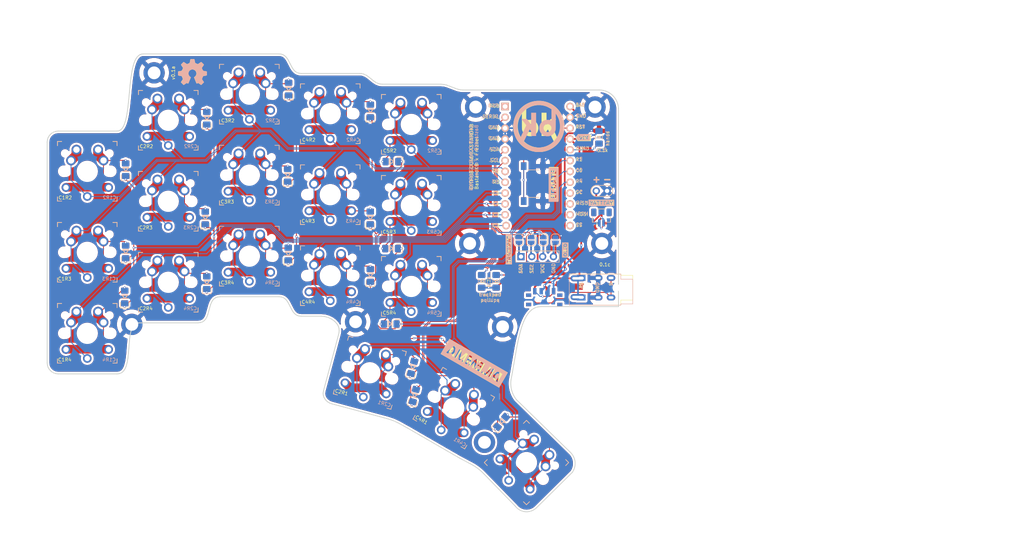
<source format=kicad_pcb>
(kicad_pcb (version 20211014) (generator pcbnew)
  (layers (0 "F.Cu" signal) (31 "B.Cu" signal) (34 "B.Paste" user) (35 "F.Paste" user) (36 "B.SilkS" user "B.Silkscreen") (37 "F.SilkS" user "F.Silkscreen") (38 "B.Mask" user) (39 "F.Mask" user) (44 "Edge.Cuts" user))
  (net 0 "")
  (net 1 "row2_l")
  (net 2 "Net-(D3-Pad2)")
  (net 3 "row3_l")
  (net 4 "Net-(D4-Pad2)")
  (net 5 "row4_l")
  (net 6 "Net-(D5-Pad2)")
  (net 7 "Net-(D8-Pad2)")
  (net 8 "Net-(D9-Pad2)")
  (net 9 "Net-(D10-Pad2)")
  (net 10 "Net-(D13-Pad2)")
  (net 11 "Net-(D14-Pad2)")
  (net 12 "Net-(D15-Pad2)")
  (net 13 "Net-(D18-Pad2)")
  (net 14 "Net-(D19-Pad2)")
  (net 15 "Net-(D20-Pad2)")
  (net 16 "Net-(D24-Pad2)")
  (net 17 "Net-(D25-Pad2)")
  (net 18 "Net-(D26-Pad2)")
  (net 19 "row1_l")
  (net 20 "Net-(D30-Pad2)")
  (net 21 "Net-(D33-Pad2)")
  (net 22 "Rst_l")
  (net 23 "Gnd_l")
  (net 24 "col2_l")
  (net 25 "col3_l")
  (net 26 "col4_l")
  (net 27 "col5_l")
  (net 28 "col1_l")
  (net 29 "bat_l")
  (net 30 "rgb_l")
  (net 31 "serial_l")
  (net 32 "sda_l")
  (net 33 "scl_l")
  (net 34 "mosi_l")
  (net 35 "miso_l")
  (net 36 "sc_l")
  (net 37 "Vcc_l")
  (net 38 "ss_l")
  (net 39 "Net-(JP1-Pad2)")
  (net 40 "Net-(JP2-Pad2)")
  (net 41 "Net-(JP3-Pad2)")
  (net 42 "Net-(JP4-Pad2)")
  (net 43 "unconnected-(PSW1-Pad3)")
  (net 44 "hand")
  (net 45 "bat_sw_l")
  (net 46 "Net-(D35-Pad2)")
  (footprint "local-libraries:MountingHole_3mm_Pad_thin" (layer "F.Cu") (at 236.12999 68.099328)
    (fp_text reference "H8" hide)
    (fp_text value "M4")
  )
  (footprint "footprints2:D_1206_handsolder_reversible" (layer "F.Cu") (at 186.8875 48.9 180)
    (fp_text reference "D24" hide)
    (fp_text value "D")
  )
  (footprint "local-libraries:battery_connector_THT" (layer "F.Cu") (at 237.361194 55.767847 -90)
    (fp_text reference "J3" hide)
    (fp_text value "BATTERY_CONN_DEANS")
  )
  (footprint "footprints:R_1206_handsolder" (layer "F.Cu") (at 235.458 43.18 90)
    (fp_text reference "R1" hide)
    (fp_text value "5.1k")
  )
  (footprint "footprints2:D_1206_handsolder_reversible" (layer "F.Cu") (at 192.15 103.775 75)
    (fp_text reference "D33" hide)
    (fp_text value "D")
  )
  (footprint "footprints:SW_MX_choc" (layer "F.Cu") (at 181.7 98.425 -15)
    (fp_text reference "SW16" hide)
    (fp_text value "SW_Push")
  )
  (footprint "footprints2:D_1206_handsolder_reversible" (layer "F.Cu") (at 162.425 52.115882 90)
    (fp_text reference "D14" hide)
    (fp_text value "D")
  )
  (footprint "local-libraries:MountingHole_3mm_Pad_thin" (layer "F.Cu") (at 208.6 114.75)
    (fp_text reference "H2" hide)
    (fp_text value "M4")
  )
  (footprint "local-libraries:kibuzzard-628DFB5F" (layer "F.Cu") (at 236.035 58.56)
    (fp_text reference "kibuzzard-628DFB5F" hide)
    (fp_text value "G***" hide)
  )
  (footprint "footprints:SW_MX_choc" (layer "F.Cu") (at 172.425 56.65)
    (fp_text reference "SW11" hide)
    (fp_text value "SW_Push")
  )
  (footprint "footprints:SW_MX_choc" (layer "F.Cu") (at 134.425 39.2)
    (fp_text reference "SW4" hide)
    (fp_text value "SW_Push")
  )
  (footprint "local-libraries:PinHeader_1x04_P2.54mm_Vertical" (layer "F.Cu") (at 217.16 71.185 90)
    (fp_text reference "O2" hide)
    (fp_text value "OLED")
  )
  (footprint "local-libraries:kibuzzard-628DFB48" (layer "F.Cu") (at 227.565139 69.645 90)
    (fp_text reference "kibuzzard-628DFB48" hide)
    (fp_text value "G***" hide)
  )
  (footprint "local-libraries:kibuzzard-61F01C84" (layer "F.Cu") (at 224.848868 54.165 90)
    (fp_text reference "kibuzzard-61F01C84" hide)
    (fp_text value "G***" hide)
  )
  (footprint "footprints:SW_MX_choc" (layer "F.Cu") (at 218.45 119.5 -45)
    (fp_text reference "SW18" hide)
    (fp_text value "SW_Push")
  )
  (footprint "footprints:SW_MX_choc" (layer "F.Cu") (at 172.425 75.65)
    (fp_text reference "SW12" hide)
    (fp_text value "SW_Push")
  )
  (footprint "local-libraries:MountingHole_3mm_Pad_thin" (layer "F.Cu") (at 234.52999 36.099319)
    (fp_text reference "H6" hide)
    (fp_text value "M4")
  )
  (footprint "local-libraries:SolderJumper-2_P1.3mm_Open_RoundedPad1.0x1.5mm" (layer "F.Cu") (at 219.541805 67.273537 -90)
    (fp_text reference "JP3" hide)
    (fp_text value "Jumper_2_Open")
  )
  (footprint "footprints:SW_MX_choc" (layer "F.Cu") (at 153.45 33.075)
    (fp_text reference "SW7" hide)
    (fp_text value "SW_Push")
  )
  (footprint "footprints:SW_MX_choc" (layer "F.Cu") (at 172.425 37.65)
    (fp_text reference "SW10" hide)
    (fp_text value "SW_Push")
  )
  (footprint "footprints:SW_MX_choc" (layer "F.Cu") (at 115.425 51.175)
    (fp_text reference "SW1" hide)
    (fp_text value "SW_Push")
  )
  (footprint "local-libraries:MountingHole_3mm_Pad_thin" (layer "F.Cu") (at 125.88 87.085)
    (fp_text reference "H4" hide)
    (fp_text value "M4")
  )
  (footprint "local-libraries:kibuzzard-628E0199" (layer "F.Cu") (at 214.325992 69.495 90)
    (fp_text reference "kibuzzard-628E0199" hide)
    (fp_text value "G***" hide)
  )
  (footprint "footprints2:D_1206_handsolder_reversible" (layer "F.Cu") (at 143.45 77.306764 90)
    (fp_text reference "D10" hide)
    (fp_text value "D")
  )
  (footprint "local-libraries:pro-micro" (layer "F.Cu") (at 221.055139 49.94 -90)
    (fp_text reference "U2" hide)
    (fp_text value "eliteC" hide)
  )
  (footprint "footprints2:D_1206_handsolder_reversible" (layer "F.Cu") (at 143.1 62.1275 90)
    (fp_text reference "D9" hide)
    (fp_text value "D")
  )
  (footprint "local-libraries:MountingHole_3mm_Pad_thin" (layer "F.Cu") (at 205.12999 68.099321)
    (fp_text reference "H7" hide)
    (fp_text value "M4")
  )
  (footprint "local-libraries:LOGO" (layer "F.Cu") (at 221.35 40.65)
    (fp_text reference "G***" hide)
    (fp_text value "LOGO" hide)
  )
  (footprint "footprints:SW_MX_choc" (layer "F.Cu") (at 191.425 40.175)
    (fp_text reference "SW13" hide)
    (fp_text value "SW_Push")
  )
  (footprint "footprints2:D_1206_handsolder_reversible" (layer "F.Cu") (at 162.64 31.89 90)
    (fp_text reference "D13" hide)
    (fp_text value "D")
  )
  (footprint "local-libraries:LOGO" (layer "F.Cu") (at 140.06 27.93)
    (fp_text reference "G***" hide)
    (fp_text value "LOGO" hide)
  )
  (footprint "local-libraries:MountingHole_3mm_Pad_thin" (layer "F.Cu") (at 178.36 86.475)
    (fp_text reference "H5" hide)
    (fp_text value "M4")
  )
  (footprint "footprints:SW_MX_choc" (layer "F.Cu") (at 134.425 58.2)
    (fp_text reference "SW5" hide)
    (fp_text value "SW_Push")
  )
  (footprint "local-libraries:SW_Push_1P1T_NO_6x6mm_H9.5mm" (layer "F.Cu") (at 220.048868 54.065 90)
    (fp_text reference "SW26" hide)
    (fp_text value "SW_SPST")
  )
  (footprint "footprints2:D_1206_handsolder_reversible" (layer "F.Cu") (at 181.825 37.025 90)
    (fp_text reference "D18" hide)
    (fp_text value "D")
  )
  (footprint "footprints2:D_1206_handsolder_reversible" (layer "F.Cu") (at 186.8 69.3 180)
    (fp_text reference "D25" hide)
    (fp_text value "D")
  )
  (footprint "footprints2:D_1206_handsolder_reversible" (layer "F.Cu") (at 143.45 38.725 90)
    (fp_text reference "D8" hide)
    (fp_text value "D")
  )
  (footprint "local-libraries:Jack_3.5mm_PJ320E_Horizontal_reversible" (layer "F.Cu") (at 231.285 76.185 -90)
    (fp_text reference "J2" hide)
    (fp_text value "Serial")
  )
  (footprint "footprints:SW_MX_choc" (layer "F.Cu") (at 201.4 106.725 -30)
    (fp_text reference "SW17" hide)
    (fp_text value locked "SW_Push")
  )
  (footprint "footprints2:D_1206_handsolder_reversible" (layer "F.Cu") (at 191.75 97.175 75)
    (fp_text reference "D30" hide)
    (fp_text value "D")
  )
  (footprint "local-libraries:SolderJumper-2_P1.3mm_Open_RoundedPad1.0x1.5mm" (layer "F.Cu") (at 222.398471 67.273537 -90)
    (fp_text reference "JP5" hide)
    (fp_text value "Jumper_2_Open")
  )
  (footprint "local-libraries:JST_SH_BM02B-SRSS-TB_1x02-1MP_P1.00mm_Vertical" (layer "F.Cu") (at 236.035003 62.010003)
    (fp_text reference "J5" hide)
    (fp_text value "S3B-PH-SM4-TB(LF)(SN)")
  )
  (footprint "footprints2:D_1206_handsolder_reversible" (layer "F.Cu") (at 124.425 70.090882 90)
    (fp_text reference "D4" hide)
    (fp_text value "D")
  )
  (footprint "footprints:SW_MX_choc" (layer "F.Cu") (at 153.45 71.075)
    (fp_text reference "SW9" hide)
    (fp_text value "SW_Push")
  )
  (footprint "footprints2:D_1206_handsolder_reversible" (layer "F.Cu") (at 124.425 50.8 90)
    (fp_text reference "D3" hide)
    (fp_text value "D")
  )
  (footprint "local-libraries:MountingHole_3mm_Pad_thin" (layer "F.Cu") (at 206.529988 36.099318)
    (fp_text reference "H9" hide)
    (fp_text value "M4")
  )
  (footprint "local-libraries:kibuzzard-628D396A" (layer "F.Cu") (at 231.763016 43.32297)
    (fp_text reference "kibuzzard-628D396A" hide)
    (fp_text value "G***" hide)
  )
  (footprint "footprints:SW_MX_choc" (layer "F.Cu") (at 134.425 77.2)
    (fp_text reference "SW6" hide)
    (fp_text value "SW_Push")
  )
  (footprint "footprints2:D_1206_handsolder_reversible" (layer "F.Cu") (at 162.56 70.58 90)
    (fp_text reference "D15" hide)
    (fp_text value "D")
  )
  (footprint "local-libraries:SolderJumper-2_P1.3mm_Open_RoundedPad1.0x1.5mm" (layer "F.Cu") (at 225.255139 67.273537 -90)
    (fp_text reference "JP7" hide)
    (fp_text value "Jumper_2_Open")
  )
  (footprint "footprints2:D_1206_handsolder_reversible" (layer "F.Cu") (at 124.2 80.6625 90)
    (fp_text reference "D5" hide)
    (fp_text value "D")
  )
  (footprint "footprints:SW_MX_choc" (layer "F.Cu") (at 191.425 78.175)
    (fp_text reference "SW15" hide)
    (fp_text value "SW_Push")
  )
  (footprint "footprints:SW_MX_choc" (layer "F.Cu") (at 115.425 70.175)
    (fp_text reference "SW2" hide)
    (fp_text value "SW_Push")
  )
  (footprint "footprints:SW_MX_choc" (layer "F.Cu") (at 153.45 52.075)
    (fp_text reference "SW8" hide)
    (fp_text value "SW_Push")
  )
  (footprint "footprints2:D_1206_handsolder_reversible" (layer "F.Cu") (at 212.6 109.95 50)
    (fp_text reference "D35" hide)
    (fp_text value "D")
  )
  (footprint "footprints2:D_1206_handsolder_reversible" (layer "F.Cu") (at 181.825 75.606764 90)
    (fp_text reference "D20" hide)
    (fp_text value "D")
  )
  (footprint "footprints2:D_1206_handsolder_reversible" (layer "F.Cu") (at 186.5 87 180)
    (fp_text reference "D26" hide)
    (fp_text value "D")
  )
  (footprint "footprints:SW_MX_choc" (layer "F.Cu") (at 191.425 59.175)
    (fp_text reference "SW14" hide)
    (fp_text value "SW_Push")
  )
  (footprint "local-libraries:R_1206_handsolder_reversible" (layer "F.Cu") (at 207.935 76.985 -90)
    (fp_text reference "R3" hide)
    (fp_text value "4.7k")
  )
  (footprint "local-libraries:MountingHole_3mm_Pad_thin" (layer "F.Cu") (at 212.85 87.65)
    (fp_text reference "H2" hide)
    (fp_text value "M4")
  )
  (footprint "footprints:SW_MX_choc" (layer "F.Cu") (at 115.425 89.175)
    (fp_text reference "SW3" hide)
    (fp_text value "SW_Push")
  )
  (footprint "local-libraries:kibuzzard-628DFB95" (layer "F.Cu") (at 206.2 96.2 -30)
    (fp_text reference "kibuzzard-628DFB95" hide)
    (fp_text value "G***" hide)
  )
  (footprint "footprints2:D_1206_handsolder_reversible" (layer "F.Cu") (at 181.8 62.11 90)
    (fp_text reference "D19" hide)
    (fp_text value "D")
  )
  (footprint "local-libraries:SolderJumper-2_P1.3mm_Open_RoundedPad1.0x1.5mm" (layer "F.Cu") (at 216.685139 67.273537 -90)
    (fp_text reference "JP1" hide)
    (fp_text value "Jumper_2_Open")
  )
  (footprint "local-libraries:MountingHole_3mm_Pad_thin" (layer "F.Cu") (at 131.1 28.08)
    (fp_text reference "H1" hide)
    (fp_text value "M4")
  )
  (footprint "local-libraries:kibuzzard-61F01A92" (layer "F.Cu") (at 205.57 47.72 90)
    (fp_text reference "kibuzzard-61F01A92" hide)
    (fp_text value "G***" hide)
  )
  (footprint "local-libraries:Switch_MSK-12C01-07" (layer "F.Cu") (at 222.61 81.335)
    (fp_text reference "PSW1" hide)
    (fp_text value "SW_DPDT_x2")
  )
  (footprint "local-libraries:SW_Push_1P1T_NO_6x6mm_H9.5mm" (layer "B.Cu") (at 220.048868 54.065 -90)
    (fp_text reference "SW37" hide)
    (fp_text value "SW_SPST")
  )
  (footprint "local-libraries:SolderJumper-2_P1.3mm_Open_RoundedPad1.0x1.5mm" (layer "B.Cu") (at 222.398471 67.273537 -90)
    (fp_text reference "JP4" hide)
    (fp_text value "Jumper_2_Open")
  )
  (footprint "local-libraries:kibuzzard-61F01A92" (layer "B.Cu") (at 205.45 48 -90)
    (fp_text reference "kibuzzard-61F01A92" hide)
    (fp_text value "G***" hide)
  )
  (footprint "local-libraries:LOGO" (layer "B.Cu") (at 221.35 40.65 180)
    (fp_text reference "G***" hide)
    (fp_text value "LOGO" hide)
  )
  (footprint "local-libraries:kibuzzard-628DFB48" (layer "B.Cu") (at 227.515139 69.615 -90)
    (fp_text reference "kibuzzard-628DFB48" hide)
    (fp_text value "G***" hide)
  )
  (footprint "footprints:R_1206_handsolder" (layer "B.Cu") (at 235.458 43.18 90)
    (fp_text reference "R7" hide)
    (fp_text value "5.1k")
  )
  (footprint "local-libraries:kibuzzard-628DFB95" (layer "B.Cu") (at 206.2 96.2 150)
    (fp_text reference "kibuzzard-628DFB95" hide)
    (fp_text value "G***" hide)
  )
  (footprint "local-libraries:SolderJumper-2_P1.3mm_Open_RoundedPad1.0x1.5mm" (layer "B.Cu") (at 225.255139 67.273537 -90)
    (fp_text reference "JP2" hide)
    (fp_text value "Jumper_2_Open")
  )
  (footprint "local-libraries:JST_SH_BM02B-SRSS-TB_1x02-1MP_P1.00mm_Vertical" (layer "B.Cu") (at 236.035003 62.010003 180)
    (fp_text reference "J1")
    (fp_text value "S3B-PH-SM4-TB(LF)(SN)")
  )
  (footprint "local-libraries:SolderJumper-2_P1.3mm_Open_RoundedPad1.0x1.5mm" (layer "B.Cu") (at 216.685139 67.273537 -90)
    (fp_text reference "JP8" hide)
    (fp_text value "Jumper_2_Open")
  )
  (footprint "local-libraries:kibuzzard-628E0199" (layer "B.Cu") (at 214.305992 69.495 -90)
    (fp_text reference "kibuzzard-628E0199" hide)
    (fp_text value "G***" hide)
  )
  (footprint "local-libraries:kibuzzard-628DFB5F" (layer "B.Cu") (at 236.015425 58.558365 180)
    (fp_text reference "kibuzzard-628DFB5F" hide)
    (fp_text value "G***" hide)
  )
  (footprint "local-libraries:R_1206_handsolder_reversible" (layer "B.Cu") (at 211.335 76.985 90)
    (fp_text reference "R4" hide)
    (fp_text value "4.7k")
  )
  (footprint "local-libraries:SolderJumper-2_P1.3mm_Open_RoundedPad1.0x1.5mm" (layer "B.Cu") (at 219.541805 67.273537 -90)
    (fp_text reference "JP6" hide)
    (fp_text value "Jumper_2_Open")
  )
  (footprint "local-libraries:LOGO" (layer "B.Cu") (at 140.128041 27.931912 180)
    (fp_text reference "G***" hide)
    (fp_text value "LOGO" hide)
  )
  (footprint "local-libraries:kibuzzard-61F01C84" (layer "B.Cu") (at 224.79 54.33 -90)
    (fp_text reference "kibuzzard-61F01C84" hide)
    (fp_text value "G***" hide)
  )
  (footprint "local-libraries:kibuzzard-628D3AA1" (layer "B.Cu") (at 231.648291 43.203608 180)
    (fp_text reference "kibuzzard-628D3AA1" hide)
    (fp_text value "G***" hide)
  )
  (gr_arc (start 216.1 104.75) (mid 214.98943 102.57448) (end 214.817057 100.137985) (layer "Edge.Cuts") (width 0.2))
  (gr_line (start 142.487355 86.480207) (end 142.892719 86.191705) (layer "Edge.Cuts") (width 0.2))
  (gr_line (start 146.62 23.644993) (end 160.41982 23.644993) (layer "Edge.Cuts") (width 0.2))
  (gr_line (start 126.409628 25.742043) (end 126.623597 25.206287) (layer "Edge.Cuts") (width 0.2))
  (gr_line (start 170.785417 103.704187) (end 170.748635 103.211259) (layer "Edge.Cuts") (width 0.2))
  (gr_line (start 125.469052 30.952768) (end 125.66348 29.272973) (layer "Edge.Cuts") (width 0.2))
  (gr_line (start 142.892719 86.191705) (end 143.217659 85.806936) (layer "Edge.Cuts") (width 0.2))
  (gr_line (start 122.39475 98.694891) (end 108.59493 98.694891) (layer "Edge.Cuts") (width 0.2))
  (gr_line (start 108.060697 41.797806) (end 108.59493 41.745033) (layer "Edge.Cuts") (width 0.2))
  (gr_line (start 216.1 104.75) (end 228.65 117) (layer "Edge.Cuts") (width 0.2))
  (gr_line (start 122.39475 98.694891) (end 122.7817 98.665081) (layer "Edge.Cuts") (width 0.2))
  (gr_line (start 123.727436 98.225976) (end 123.974703 97.969262) (layer "Edge.Cuts") (width 0.2))
  (gr_line (start 143.217659 85.806936) (end 143.475699 85.342085) (layer "Edge.Cuts") (width 0.2))
  (gr_line (start 124.95825 36.117053) (end 125.138734 34.437258) (layer "Edge.Cuts") (width 0.2))
  (gr_line (start 188.419957 110.233131) (end 190.756769 111.525546) (layer "Edge.Cuts") (width 0.2))
  (gr_line (start 199.72159 30.947768) (end 200.987303 31.424951) (layer "Edge.Cuts") (width 0.2))
  (gr_line (start 217.512933 87.156775) (end 217.806727 86.406583) (layer "Edge.Cuts") (width 0.2))
  (gr_line (start 106.02 82.319887) (end 106.02 58.120037) (layer "Edge.Cuts") (width 0.2))
  (gr_line (start 145.527612 80.834704) (end 146.02439 80.655626) (layer "Edge.Cuts") (width 0.2))
  (gr_line (start 107.579422 98.489626) (end 108.060697 98.642117) (layer "Edge.Cuts") (width 0.2))
  (gr_line (start 124.60712 38.38624) (end 124.738373 37.673105) (layer "Edge.Cuts") (width 0.2))
  (gr_line (start 185.948742 109.243669) (end 187.213057 109.673532) (layer "Edge.Cuts") (width 0.2))
  (gr_line (start 122.39475 41.745033) (end 122.751926 41.699975) (layer "Edge.Cuts") (width 0.2))
  (gr_line (start 125.906875 27.716921) (end 126.053594 27.003785) (layer "Edge.Cuts") (width 0.2))
  (gr_line (start 127.433743 24.046772) (end 127.765354 23.824583) (layer "Edge.Cuts") (width 0.2))
  (gr_line (start 124.95945 94.971468) (end 125.078974 93.86013) (layer "Edge.Cuts") (width 0.2))
  (gr_line (start 141.990577 86.659286) (end 142.487355 86.480207) (layer "Edge.Cuts") (width 0.2))
  (gr_line (start 125.169144 92.707476) (end 125.358559 90.443484) (layer "Edge.Cuts") (width 0.2))
  (gr_line (start 126.623597 25.206287) (end 126.864381 24.741786) (layer "Edge.Cuts") (width 0.2))
  (gr_line (start 123.132248 98.576076) (end 123.447115 98.429078) (layer "Edge.Cuts") (width 0.2))
  (gr_line (start 184.594778 30.745055) (end 198.394852 30.745055) (layer "Edge.Cuts") (width 0.2))
  (gr_line (start 165.10897 28.174647) (end 165.594816 28.220041) (layer "Edge.Cuts") (width 0.2))
  (gr_line (start 220.691048 83.100179) (end 221.241796 82.961433) (layer "Edge.Cuts") (width 0.2))
  (gr_line (start 124.738373 37.673105) (end 124.95825 36.117053) (layer "Edge.Cuts") (width 0.2))
  (gr_line (start 144.539268 81.972826) (end 144.797308 81.507976) (layer "Edge.Cuts") (width 0.2))
  (gr_line (start 163.007318 82.882375) (end 163.456308 83.747345) (layer "Edge.Cuts") (width 0.2))
  (gr_line (start 174.202628 87.296475) (end 173.990559 86.959902) (layer "Edge.Cuts") (width 0.2))
  (gr_line (start 141.527597 23.644993) (end 128.527597 23.644993) (layer "Edge.Cuts") (width 0.2))
  (gr_line (start 179.773073 28.245094) (end 180.131717 28.318916) (layer "Edge.Cuts") (width 0.2))
  (gr_line (start 199.068917 30.798302) (end 199.72159 30.947768) (layer "Edge.Cuts") (width 0.2))
  (gr_line (start 106.776688 97.938204) (end 107.150594 98.250364) (layer "Edge.Cuts") (width 0.2))
  (gr_line (start 163.70725 27.190802) (end 163.989322 27.538008) (layer "Edge.Cuts") (width 0.2))
  (gr_line (start 164.682783 28.040889) (end 165.10897 28.174647) (layer "Edge.Cuts") (width 0.2))
  (gr_line (start 219.258555 84.048429) (end 219.70058 83.646765) (layer "Edge.Cuts") (width 0.2))
  (gr_line (start 160.905667 23.690387) (end 161.331854 23.824145) (layer "Edge.Cuts") (width 0.2))
  (gr_line (start 183.192709 30.368634) (end 183.857952 30.646179) (layer "Edge.Cuts") (width 0.2))
  (gr_line (start 143.682168 84.815504) (end 144.007483 83.657456) (layer "Edge.Cuts") (width 0.2))
  (gr_line (start 205.1 119.7) (end 202.707977 118.425456) (layer "Edge.Cuts") (width 0.2))
  (gr_line (start 107.150594 42.18956) (end 107.579422 41.950298) (layer "Edge.Cuts") (width 0.2))
  (gr_line (start 171.998587 85.490414) (end 171.165097 85.252148) (layer "Edge.Cuts") (width 0.2))
  (gr_line (start 162.307387 24.674232) (end 162.558329 25.067547) (layer "Edge.Cuts") (width 0.2))
  (gr_line (start 220.177642 83.329512) (end 220.691048 83.100179) (layer "Edge.Cuts") (width 0.2))
  (gr_line (start 215.153575 98.339523) (end 215.479153 96.438595) (layer "Edge.Cuts") (width 0.2))
  (gr_line (start 162.558329 25.067547) (end 163.007318 25.932517) (layer "Edge.Cuts") (width 0.2))
  (gr_line (start 162.025315 24.327025) (end 162.307387 24.674232) (layer "Edge.Cuts") (width 0.2))
  (gr_line (start 145.122248 81.123206) (end 145.527612 80.834704) (layer "Edge.Cuts") (width 0.2))
  (gr_line (start 122.751926 41.699975) (end 123.078661 41.565443) (layer "Edge.Cuts") (width 0.2))
  (gr_line (start 174.516894 88.453553) (end 174.471825 88.042906) (layer "Edge.Cuts") (width 0.2))
  (gr_line (start 125.66348 29.272973) (end 125.906875 27.716921) (layer "Edge.Cuts") (width 0.2))
  (gr_line (start 124.377561 97.307501) (end 124.537494 96.909724) (layer "Edge.Cuts") (width 0.2))
  (gr_line (start 219.70058 83.646765) (end 220.177642 83.329512) (layer "Edge.Cuts") (width 0.2))
  (gr_line (start 127.133877 24.353762) (end 127.433743 24.046772) (layer "Edge.Cuts") (width 0.2))
  (gr_line (start 160.41982 80.594851) (end 146.62 80.594851) (layer "Edge.Cuts") (width 0.2))
  (gr_line (start 170.831755 102.682437) (end 174.403503 89.352771) (layer "Edge.Cuts") (width 0.2))
  (gr_line (start 106.02 44.319963) (end 106.072774 43.78573) (layer "Edge.Cuts") (width 0.2))
  (gr_line (start 218.850004 84.530281) (end 219.258555 84.048429) (layer "Edge.Cuts") (width 0.2))
  (gr_line (start 172.766205 85.866235) (end 171.998587 85.490414) (layer "Edge.Cuts") (width 0.2))
  (gr_line (start 124.190723 97.661952) (end 124.377561 97.307501) (layer "Edge.Cuts") (width 0.2))
  (gr_line (start 162.307387 81.62409) (end 162.558329 82.017405) (layer "Edge.Cuts") (width 0.2))
  (gr_line (start 127.765354 23.824583) (end 128.129751 23.690051) (layer "Edge.Cuts") (width 0.2))
  (gr_line (start 106.225265 97.135469) (end 106.464528 97.564297) (layer "Edge.Cuts") (width 0.2))
  (gr_line (start 198.394852 30.745055) (end 199.068917 30.798302) (layer "Edge.Cuts") (width 0.2))
  (gr_line (start 202.905689 32.0516) (end 203.579754 32.104847) (layer "Edge.Cuts") (width 0.2))
  (gr_line (start 174.471825 88.042906) (end 174.365121 87.657389) (layer "Edge.Cuts") (width 0.2))
  (gr_line (start 124.289726 39.647983) (end 124.458349 39.046741) (layer "Edge.Cuts") (width 0.2))
  (gr_line (start 179.39489 28.220041) (end 179.773073 28.245094) (layer "Edge.Cuts") (width 0.2))
  (gr_line (start 107.150594 98.250364) (end 107.579422 98.489626) (layer "Edge.Cuts") (width 0.2))
  (gr_line (start 160.905667 80.640245) (end 161.331854 80.774003) (layer "Edge.Cuts") (width 0.2))
  (gr_line (start 126.665974 86.985874) (end 126.942957 86.838876) (layer "Edge.Cuts") (width 0.2))
  (gr_line (start 125.718256 88.505228) (end 126.017039 87.753) (layer "Edge.Cuts") (width 0.2))
  (gr_line (start 171.165097 85.252148) (end 170.280203 85.169899) (layer "Edge.Cuts") (width 0.2))
  (gr_line (start 128.129751 23.690051) (end 128.527597 23.644993) (layer "Edge.Cuts") (width 0.2))
  (gr_line (start 217.242467 87.959158) (end 217.512933 87.156775) (layer "Edge.Cuts") (width 0.2))
  (gr_line (start 124.786626 96.000939) (end 124.95945 94.971468) (layer "Edge.Cuts") (width 0.2))
  (gr_line (start 164.682783 84.990747) (end 165.10897 85.124505) (layer "Edge.Cuts") (width 0.2))
  (gr_line (start 106.776688 42.50172) (end 107.150594 42.18956) (layer "Edge.Cuts") (width 0.2))
  (gr_line (start 171.459556 104.952682) (end 171.155748 104.579081) (layer "Edge.Cuts") (width 0.2))
  (gr_line (start 123.375589 41.343254) (end 123.643708 41.036264) (layer "Edge.Cuts") (width 0.2))
  (gr_arc (start 205.1 119.7) (mid 206.940473 120.818772) (end 208.55 122.25) (layer "Edge.Cuts") (width 0.2))
  (gr_arc (start 228.65 117) (mid 229.840104 119.295145) (end 229.2 121.8) (layer "Edge.Cuts") (width 0.2))
  (gr_line (start 163.007318 25.932517) (end 163.456308 26.797487) (layer "Edge.Cuts") (width 0.2))
  (gr_line (start 125.505695 89.414013) (end 125.718256 88.505228) (layer "Edge.Cuts") (width 0.2))
  (gr_line (start 160.41982 23.644993) (end 160.905667 23.690387) (layer "Edge.Cuts") (width 0.2))
  (gr_line (start 144.007483 83.657456) (end 144.332799 82.499408) (layer "Edge.Cuts") (width 0.2))
  (gr_line (start 122.7817 98.665081) (end 123.132248 98.576076) (layer "Edge.Cuts") (width 0.2))
  (gr_line (start 163.70725 84.14066) (end 163.989322 84.487866) (layer "Edge.Cuts") (width 0.2))
  (gr_line (start 106.464528 97.564297) (end 106.776688 97.938204) (layer "Edge.Cuts") (width 0.2))
  (gr_line (start 164.311779 84.775259) (end 164.682783 84.990747) (layer "Edge.Cuts") (width 0.2))
  (gr_line (start 215.479153 96.438595) (end 216.159399 92.524088) (layer "Edge.Cuts") (width 0.2))
  (gr_line (start 126.2046 87.44569) (end 126.420333 87.188976) (layer "Edge.Cuts") (width 0.2))
  (gr_line (start 202.253017 31.902134) (end 202.905689 32.0516) (layer "Edge.Cuts") (width 0.2))
  (gr_line (start 161.331854 23.824145) (end 161.702858 24.039633) (layer "Edge.Cuts") (width 0.2))
  (gr_line (start 235.53 32.104847) (end 203.579754 32.104847) (layer "Edge.Cuts") (width 0.2))
  (gr_line (start 141.394966 86.720061) (end 141.990577 86.659286) (layer "Edge.Cuts") (width 0.2))
  (gr_line (start 163.456308 26.797487) (end 163.70725 27.190802) (layer "Edge.Cuts") (width 0.2))
  (gr_line (start 163.989322 84.487866) (end 164.311779 84.775259) (layer "Edge.Cuts") (width 0.2))
  (gr_line (start 165.594816 28.220041) (end 179.39489 28.220041) (layer "Edge.Cuts") (width 0.2))
  (gr_arc (start 220.75 130.15) (mid 218.211628 131.03256) (end 215.85 129.75) (layer "Edge.Cuts") (width 0.2))
  (gr_line (start 172.763856 105.710783) (end 185.948742 109.243669) (layer "Edge.Cuts") (width 0.2))
  (gr_line (start 126.420333 87.188976) (end 126.665974 86.985874) (layer "Edge.Cuts") (width 0.2))
  (gr_line (start 229.2 121.8) (end 220.75 130.15) (layer "Edge.Cuts") (width 0.2))
  (gr_line (start 106.225265 43.304455) (end 106.464528 42.875626) (layer "Edge.Cuts") (width 0.2))
  (gr_line (start 216.993043 88.807278) (end 217.242467 87.959158) (layer "Edge.Cuts") (width 0.2))
  (gr_line (start 125.301582 32.695013) (end 125.469052 30.952768) (layer "Edge.Cuts") (width 0.2))
  (gr_line (start 125.078974 93.86013) (end 125.169144 92.707476) (layer "Edge.Cuts") (width 0.2))
  (gr_line (start 163.456308 83.747345) (end 163.70725 84.14066) (layer "Edge.Cuts") (width 0.2))
  (gr_line (start 125.358559 90.443484) (end 125.505695 89.414013) (layer "Edge.Cuts") (width 0.2))
  (gr_line (start 184.216596 30.720001) (end 184.594778 30.745055) (layer "Edge.Cuts") (width 0.2))
  (gr_line (start 216.159399 92.524088) (end 216.548042 90.61424) (layer "Edge.Cuts") (width 0.2))
  (gr_line (start 123.643708 41.036264) (end 123.884334 40.64824) (layer "Edge.Cuts") (width 0.2))
  (gr_line (start 107.579422 41.950298) (end 108.060697 41.797806) (layer "Edge.Cuts") (width 0.2))
  (gr_line (start 161.702858 24.039633) (end 162.025315 24.327025) (layer "Edge.Cuts") (width 0.2))
  (gr_line (start 240.03 36.414983) (end 240.03 82.914983) (layer "Edge.Cuts") (width 0.2))
  (gr_line (start 124.099063 40.183739) (end 124.289726 39.647983) (layer "Edge.Cuts") (width 0.2))
  (gr_line (start 106.02 58.120037) (end 106.02 44.319963) (layer "Edge.Cuts") (width 0.2))
  (gr_line (start 165.10897 85.124505) (end 165.594816 85.169899) (layer "Edge.Cuts") (width 0.2))
  (gr_line (start 126.864381 24.741786) (end 127.133877 24.353762) (layer "Edge.Cuts") (width 0.2))
  (gr_line (start 106.02 96.119961) (end 106.02 82.319887) (layer "Edge.Cuts") (width 0.2))
  (gr_line (start 123.884334 40.64824) (end 124.099063 40.183739) (layer "Edge.Cuts") (width 0.2))
  (gr_line (start 180.131717 28.318916) (end 180.79696 28.596461) (layer "Edge.Cuts") (width 0.2))
  (gr_line (start 221.241796 82.961433) (end 221.830527 82.914983) (layer "Edge.Cuts") (width 0.2))
  (gr_line (start 218.473158 85.08751) (end 218.850004 84.530281) (layer "Edge.Cuts") (width 0.2))
  (gr_line (start 171.155748 104.579081) (end 170.926631 104.160986) (layer "Edge.Cuts") (width 0.2))
  (gr_line (start 108.060697 98.642117) (end 108.59493 98.694891) (layer "Edge.Cuts") (width 0.2))
  (gr_line (start 106.072774 96.654194) (end 106.225265 97.135469) (layer "Edge.Cuts") (width 0.2))
  (gr_line (start 174.403503 89.352771) (end 174.495301 88.889986) (layer "Edge.Cuts") (width 0.2))
  (gr_line (start 216.548042 90.61424) (end 216.993043 88.807278) (layer "Edge.Cuts") (width 0.2))
  (gr_line (start 180.79696 28.596461) (end 181.409656 29.005162) (layer "Edge.Cuts") (width 0.2))
  (gr_line (start 123.447115 98.429078) (end 123.727436 98.225976) (layer "Edge.Cuts") (width 0.2))
  (gr_line (start 144.332799 82.499408) (end 144.539268 81.972826) (layer "Edge.Cuts") (width 0.2))
  (gr_line (start 163.989322 27.538008) (end 164.311779 27.825401) (layer "Edge.Cuts") (width 0.2))
  (gr_line (start 141.527597 23.644993) (end 146.62 23.644993) (layer "Edge.Cuts") (width 0.2))
  (gr_line (start 106.464528 42.875626) (end 106.776688 42.50172) (layer "Edge.Cuts") (width 0.2))
  (gr_line (start 187.213057 109.673532) (end 188.419957 110.233131) (layer "Edge.Cuts") (width 0.2))
  (gr_line (start 124.458349 39.046741) (end 124.60712 38.38624) (layer "Edge.Cuts") (width 0.2))
  (gr_line (start 182.580013 29.959934) (end 183.192709 30.368634) (layer "Edge.Cuts") (width 0.2))
  (gr_line (start 126.017039 87.753) (end 126.2046 87.44569) (layer "Edge.Cuts") (width 0.2))
  (gr_line (start 215.85 129.75) (end 208.55 122.25) (layer "Edge.Cuts") (width 0.2))
  (gr_line (start 126.220379 26.343285) (end 126.409628 25.742043) (layer "Edge.Cuts") (width 0.2))
  (gr_line (start 106.02 96.119961) (end 106.072774 96.654194) (layer "Edge.Cuts") (width 0.2))
  (gr_line (start 171.83008 105.272883) (end 171.459556 104.952682) (layer "Edge.Cuts") (width 0.2))
  (gr_line (start 221.830527 82.914983) (end 240.03 82.914983) (layer "Edge.Cuts") (width 0.2))
  (gr_line (start 183.857952 30.646179) (end 184.216596 30.720001) (layer "Edge.Cuts") (width 0.2))
  (gr_line (start 161.702858 80.989491) (end 162.025315 81.276883) (layer "Edge.Cuts") (width 0.2))
  (gr_line (start 125.138734 34.437258) (end 125.301582 32.695013) (layer "Edge.Cuts") (width 0.2))
  (gr_arc (start 235.53 32.104847) (mid 238.645577 33.356209) (end 240.03 36.414983) (layer "Edge.Cuts") (width 0.2))
  (gr_line (start 106.072774 43.78573) (end 106.225265 43.304455) (layer "Edge.Cuts") (width 0.2))
  (gr_line (start 174.365121 87.657389) (end 174.202628 87.296475) (layer "Edge.Cuts") (width 0.2))
  (gr_line (start 126.942957 86.838876) (end 127.252367 86.749871) (layer "Edge.Cuts") (width 0.2))
  (gr_line (start 126.053594 27.003785) (end 126.220379 26.343285) (layer "Edge.Cuts") (width 0.2))
  (gr_line (start 172.763856 105.710783) (end 172.264576 105.528894) (layer "Edge.Cuts") (width 0.2))
  (gr_line (start 170.748635 103.211259) (end 170.831755 102.682437) (layer "Edge.Cuts") (width 0.2))
  (gr_line (start 174.495301 88.889986) (end 174.516894 88.453553) (layer "Edge.Cuts") (width 0.2))
  (gr_line (start 173.990559 86.959902) (end 173.442396 86.360681) (layer "Edge.Cuts") (width 0.2))
  (gr_line (start 170.926631 104.160986) (end 170.785417 103.704187) (layer "Edge.Cuts") (width 0.2))
  (gr_line (start 141.394966 86.720061) (end 127.594892 86.720061) (layer "Edge.Cuts") (width 0.2))
  (gr_line (start 214.817057 100.137985) (end 215.153575 98.339523) (layer "Edge.Cuts") (width 0.2))
  (gr_line (start 127.252367 86.749871) (end 127.594892 86.720061) (layer "Edge.Cuts") (width 0.2))
  (gr_line (start 162.025315 81.276883) (end 162.307387 81.62409) (layer "Edge.Cuts") (width 0.2))
  (gr_line (start 123.078661 41.565443) (end 123.375589 41.343254) (layer "Edge.Cuts") (width 0.2))
  (gr_line (start 202.707977 118.425456) (end 190.756769 111.525546) (layer "Edge.Cuts") (width 0.2))
  (gr_line (start 124.537494 96.909724) (end 124.786626 96.000939) (layer "Edge.Cuts") (width 0.2))
  (gr_line (start 146.02439 80.655626) (end 146.62 80.594851) (layer "Edge.Cuts") (width 0.2))
  (gr_line (start 108.59493 41.745033) (end 122.39475 41.745033) (layer "Edge.Cuts") (width 0.2))
  (gr_line (start 200.987303 31.424951) (end 202.253017 31.902134) (layer "Edge.Cuts") (width 0.2))
  (gr_line (start 162.558329 82.017405) (end 163.007318 82.882375) (layer "Edge.Cuts") (width 0.2))
  (gr_line (start 143.475699 85.342085) (end 143.682168 84.815504) (layer "Edge.Cuts") (width 0.2))
  (gr_line (start 181.409656 29.005162) (end 181.994834 29.482548) (layer "Edge.Cuts") (width 0.2))
  (gr_line (start 173.442396 86.360681) (end 172.766205 85.866235) (layer "Edge.Cuts") (width 0.2))
  (gr_line (start 217.806727 86.406583) (end 218.126084 85.714832) (layer "Edge.Cuts") (width 0.2))
  (gr_line (start 170.280203 85.169899) (end 165.594816 85.169899) (layer "Edge.Cuts") (width 0.2))
  (gr_line (start 144.797308 81.507976) (end 145.122248 81.123206) (layer "Edge.Cuts") (width 0.2))
  (gr_line (start 172.264576 105.528894) (end 171.83008 105.272883) (layer "Edge.Cuts") (width 0.2))
  (gr_line (start 161.331854 80.774003) (end 161.702858 80.989491) (layer "Edge.Cuts") (width 0.2))
  (gr_line (start 218.126084 85.714832) (end 218.473158 85.08751) (layer "Edge.Cuts") (width 0.2))
  (gr_line (start 160.41982 80.594851) (end 160.905667 80.640245) (layer "Edge.Cuts") (width 0.2))
  (gr_line (start 164.311779 27.825401) (end 164.682783 28.040889) (layer "Edge.Cuts") (width 0.2))
  (gr_line (start 181.994834 29.482548) (end 182.580013 29.959934) (layer "Edge.Cuts") (width 0.2))
  (gr_line (start 123.974703 97.969262) (end 124.190723 97.661952) (layer "Edge.Cuts") (width 0.2))
  (gr_text "R4" (at 230.848 53.415738) (layer "B.SilkS") (effects (font (size 0.8 0.8) (thickness 0.12)) (justify mirror)))
  (gr_text "R2" (at 211.067047 51.060359) (layer "B.SilkS") (effects (font (size 0.8 0.8) (thickness 0.12)) (justify mirror)))
  (gr_text "VCC" (at 222.238471 74.026905 90) (layer "B.SilkS") (effects (font (size 0.8 0.8) (thickness 0.12)) (justify mirror)))
  (gr_text "MOSI" (at 231.514667 61.111476) (layer "B.SilkS") (effects (font (size 0.8 0.8) (thickness 0.12)) (justify mirror)))
  (gr_text "C1R3" (at 120.5 76.4) (layer "B.SilkS") (effects (font (size 0.8 0.8) (thickness 0.12)) (justify mirror)))
  (gr_text "SDA" (at 210.72419 45.951269) (layer "B.SilkS") (effects (font (size 0.8 0.8) (thickness 0.12)) (justify mirror)))
  (gr_text "C3" (at 211.067047 63.833089) (layer "B.SilkS") (effects (font (size 0.8 0.8) (thickness 0.12)) (justify mirror)))
  (gr_text "GND" (at 210.628952 40.842179) (layer "B.SilkS") (effects (font (size 0.8 0.8) (thickness 0.12)) (justify mirror)))
  (gr_text "C3R3" (at 158.65 58.33) (layer "B.SilkS") (effects (font (size 0.8 0.8) (thickness 0.12)) (justify mirror)))
  (gr_text "hands" (at 237.4 43.45 90) (layer "B.SilkS") (effects (font (size 0.8 0.8) (thickness 0.12)) (justify mirror)))
  (gr_text "C2R4" (at 139.57 83.355) (layer "B.SilkS") (effects (font (size 0.8 0.8) (thickness 0.12)) (justify mirror)))
  (gr_text "BAT" (at 231.114667 35.556724) (layer "B.SilkS") (effects (font (size 0.8 0.8) (thickness 0.12)) (justify mirror)))
  (gr_text "5.1k" (at 235.95 46.15) (layer "B.SilkS") (effects (font (size 0.8 0.8) (thickness 0.12)) (justify mirror)))
  (gr_text "SS" (at 230.828953 63.676724) (layer "B.SilkS") (effects (font (size 0.8 0.8) (thickness 0.12)) (justify mirror)))
  (gr_text "SC" (at 230.848 55.980984) (layer "B.SilkS") (effects (font (size 0.8 0.8) (thickness 0.12)) (justify mirror)))
  (gr_text "GND" (at 231.286095 38.12197) (layer "B.SilkS") (effects (font (size 0.8 0.8) (thickness 0.12)) (justify mirror)))
  (gr_text "SCL" (at 210.743238 48.505814) (layer "B.SilkS") (effects (font (size 0.8 0.8) (thickness 0.12)) (justify mirror)))
  (gr_text "SERIAL" (at 209.848 38.287634) (layer "B.SilkS") (effects (font (size 0.8 0.8) (thickness 0.12)) (justify mirror)))
  (gr_text "BastardKB x Freznel" (at 206.694086 46.429703 90) (layer "B.SilkS") (effects (font (size 0.8 0.8) (thickness 0.12)) (justify mirror)))
  (gr_text "C6" (at 230.848 50.850492) (layer "B.SilkS") (effects (font (size 0.8 0.8) (thickness 0.12)) (justify mirror)))
  (gr_text "C4R4" (at 177.665 81.825) (layer "B.SilkS") (effects (font (size 0.8 0.8) (thickness 0.12)) (justify mirror)))
  (gr_text "C5R4" (at 196.675 84.375) (layer "B.SilkS") (effects (font (size 0.8 0.8) (thickness 0.12)) (justify mirror)))
  (gr_text "C2R2" (at 139.67 45.33) (layer "B.SilkS") (effects (font (size 0.8 0.8) (thickness 0.12)) (justify mirror)))
  (gr_text "GND" (at 235.024998 78.455006 270) (layer "B.SilkS") (effects (font (size 0.8 0.8)) (justify mirror)))
  (gr_text "R1" (at 230.848 48.285246) (layer "B.SilkS") (effects (font (size 0.8 0.8) (thickness 0.12)) (justify mirror)))
  (gr_text "C1R2" (at 120.625 57.35) (layer "B.SilkS") (effects (font (size 0.8 0.8) (thickness 0.12)) (justify mirror)))
  (gr_text "trackpad\npullups" (at 209.985 80.76) (layer "B.SilkS") (effects (font (size 0.8 0.8) (thickness 0.12)) (justify mirror)))
  (gr_text "C4R3" (at 177.64 62.85) (layer "B.SilkS") (effects (font (size 0.8 0.8) (thickness 0.12)) (justify mirror)))
  (gr_text "5V" (at 231.224993 77.959762 270) (layer "B.SilkS") (effects (font (size 0.8 0.8)) (justify mirror)))
  (gr_text "GND" (at 210.628952 43.396724) (layer "B.SilkS") (effects (font (size 0.8 0.8) (thickness 0.12)) (justify mirror)))
  (gr_text "HAND" (at 231.648 45.72) (layer "B.SilkS") (effects (font (size 0.8 0.8) (thickness 0.12)) (justify mirror)))
  (gr_text "C4" (at 211.067047 58.723994) (layer "B.SilkS") (effects (font (size 0.8 0.8) (thickness 0.12)) (justify mirror)))
  (gr_text "C5" (at 211.067047 56.169449) (layer "B.SilkS") (effects (font (size 0.8 0.8) (thickness 0.12)) (justify mirror)))
  (gr_text "C5R2" (at 196.775 46.35) (layer "B.SilkS") (effects (font (size 0.8 0.8) (thickness 0.12)) (justify mirror)))
  (gr_text "4.7k" (at 209.685 77.185 90) (layer "B.SilkS") (effects (font (size 0.8 0.8) (thickness 0.12)) (justify mirror)))
  (gr_text "C1R4" (at 120.525 95.375) (layer "B.SilkS") (effects (font (size 0.8 0.8) (thickness 0.12)) (justify mirror)))
  (gr_text "RGB" (at 210.648 35.733089) (layer "B.SilkS") (effects (font (size 0.8 0.8) (thickness 0.12)) (justify mirror)))
  (gr_text "SCL" (at 219.681805 74.065 90) (layer "B.SilkS") (effects (font (size 0.8 0.8) (thickness 0.12)) (justify mirror)))
  (gr_text "GND" (at 224.795139 73.950715 90) (layer "B.SilkS") (effects (font (size 0.8 0.8) (thickness 0.12)) (justify mirror)))
  (gr_text "S" (at 238.225002 77.616909 270) (layer "B.SilkS") (effects (font (size 0.8 0.8)) (justify mirror)))
  (gr_text "C3R4" (at 158.675 77.305) (layer "B.SilkS") (effects (font (size 0.8 0.8) (thickness 0.12)) (justify mirror)))
  (gr_text "C2R1" (at 185.09 105.7 -15) (layer "B.SilkS") (effects (font (size 0.8 0.8) (thickness 0.12)) (justify mirror)))
  (gr_text "C2R3" (at 139.545 64.38) (layer "B.SilkS") (effects (font (size 0.8 0.8) (thickness 0.12)) (justify mirror)))
  (gr_text "C4R1" (at 202.8 114.69 -30) (layer "B.SilkS") (effects (font (size 0.8 0.8) (thickness 0.12)) (justify mirror)))
  (gr_text "MISO" (at 231.514667 58.54623) (layer "B.SilkS") (effects (font (size 0.8 0.8) (thickness 0.12)) (justify mirror)))
  (gr_text "R3" (at 211.067047 53.614904) (layer "B.SilkS") (effects (font (size 0.8 0.8) (thickness 0.12)) (justify mirror)))
  (gr_text "RST" (at 231.152762 40.687216) (layer "B.SilkS") (effects (font (size 0.8 0.8) (thickness 0.12)) (justify mirror)))
  (gr_text "SDA" (at 217.125139 74.045953 90) (layer "B.SilkS") (effects (font (size 0.8 0.8) (thickness 0.12)) (justify mirror)))
  (gr_text "C3R2" (at 158.775 39.28) (layer "B.SilkS") (effects (font (size 0.8 0.8) (thickness 0.12)) (justify mirror)))
  (gr_text "C5R3" (at 196.65 65.4) (layer "B.SilkS") (effects (font (size 0.8 0.8) (thickness 0.12)) (justify mirror)))
  (gr_text "C4R2" (at 177.765 43.8) (layer "B.SilkS") (effects (font (size 0.8 0.8) (thickness 0.12)) (justify mirror)))
  (gr_text "C2" (at 211.067047 61.278539) (layer "B.SilkS") (effects (font (size 0.8 0.8) (thickness 0.12)) (justify mirror)))
  (gr_text "SCL" (at 219.675139 74.034047 90) (layer "F.SilkS") (effects (font (size 0.8 0.8) (thickness 0.12))))
  (gr_text "C1R3" (at 110.125 76.4) (layer "F.SilkS") (effects (font (size 0.8 0.8) (thickness 0.12))))
  (gr_text "C3R2" (at 148.4 39.28) (layer "F.SilkS") (effects (font (size 0.8 0.8) (thickness 0.12))))
  (gr_text "C5R3" (at 186.275 65.4) (layer "F.SilkS") (effects (font (size 0.8 0.8) (thickness 0.12))))
  (gr_text "C4R3" (at 167.265 62.85) (layer "F.SilkS") (effects (font (size 0.8 0.8) (thickness 0.12))))
  (gr_text "R3" (at 211.342297 53.731306) (layer "F.SilkS") (effects (font (size 0.8 0.8) (thickness 0.12))))
  (gr_text "5V" (at 231.224993 77.959762 270) (layer "F.SilkS") (effects (font (size 0.8 0.8))))
  (gr_text "C2R2" (at 129.295 45.33) (layer "F.SilkS") (effects (font (size 0.8 0.8) (thickness 0.12))))
  (gr_text "C2R4" (at 129.195 83.355) (layer "F.SilkS") (effects (font (size 0.8 0.8) (thickness 0.12))))
  (gr_text "C3" (at 211.342297 63.949491) (layer "F.SilkS") (effects (font (size 0.8 0.8) (thickness 0.12))))
  (gr_text "v0.1a" (at 135.59 28.1 90) (layer "F.SilkS") (effects (font (size 0.8 0.8) (thickness 0.12))))
  (gr_text "R4" (at 230.788472 53.536876) (layer "F.SilkS") (effects (font (size 0.8 0.8) (thickness 0.12))))
  (gr_text "C3R3" (at 148.275 58.33) (layer "F.SilkS") (effects (font (size 0.8 0.8) (thickness 0.12))))
  (gr_text "C4R2" (at 167.39 43.8) (layer "F.SilkS") (effects (font (size 0.8 0.8) (thickness 0.12))))
  (gr_text "GND" (at 224.795139 73.919762 90) (layer "F.SilkS") (effects (font (size 0.8 0.8) (thickness 0.12))))
  (gr_text "C1R4" (at 110.15 95.375) (layer "F.SilkS") (effects (font (size 0.8 0.8) (thickness 0.12))))
  (gr_text "C2R3" (at 129.17 64.38) (layer "F.SilkS") (effects (font (size 0.8 0.8) (thickness 0.12))))
  (gr_text "SCL" (at 211.018488 48.622216) (layer "F.SilkS") (effects (font (size 0.8 0.8) (thickness 0.12))))
  (gr_text "C2" (at 211.342297 61.394941) (layer "F.SilkS") (effects (font (size 0.8 0.8) (thickness 0.12))))
  (gr_text "GND" (at 231.226567 38.237188) (layer "F.SilkS") (effects (font (size 0.8 0.8) (thickness 0.12))))
  (gr_text "SDA" (at 210.99944 46.067671) (layer "F.SilkS") (effects (font (size 0.8 0.8) (thickness 0.12))))
  (gr_text "GND" (at 210.904202 40.958581) (layer "F.SilkS") (effects (font (size 0.8 0.8) (thickness 0.12))))
  (gr_text "C1R2" (at 110.25 57.35) (layer "F.SilkS") (effects (font (size 0.8 0.8) (thickness 0.12))))
  (gr_text "GND" (at 210.904202 43.513126) (layer "F.SilkS") (effects (font (size 0.8 0.8) (thickness 0.12))))
  (gr_text "MISO" (at 231.455139 58.665) (layer "F.SilkS") (effects (font (size 0.8 0.8) (thickness 0.12))))
  (gr_text "C3R4" (at 148.3 77.305) (layer "F.SilkS") (effects (font (size 0.8 0.8) (thickness 0.12))))
  (gr_text "4.7k" (at 209.685 77.185 90) (layer "F.SilkS") (effects (font (size 0.8 0.8) (thickness 0.12))))
  (gr_text "S" (at 238.225002 77.616909 270) (layer "F.SilkS") (effects (font (size 0.8 0.8))))
  (gr_text "RST" (at 231.093234 40.80125) (layer "F.SilkS") (effects (font (size 0.8 0.8) (thickness 0.12))))
  (gr_text "C4" (at 211.342297 58.840396) (layer "F.SilkS") (effects (font (size 0.8 0.8) (thickness 0.12))))
  (gr_text "hands" (at 237.5 43.5 90) (layer "F.SilkS") (effects (font (size 0.8 0.8) (thickness 0.12))))
  (gr_text "SERIAL" (at 210.12325 38.404036) (layer "F.SilkS") (effects (font (size 0.8 0.8) (thickness 0.12))))
  (gr_text "SC" (at 230.788472 56.100938) (layer "F.SilkS") (effects (font (size 0.8 0.8) (thickness 0.12))))
  (gr_text "C5" (at 211.342297 56.285851) (layer "F.SilkS") (effects (font (size 0.8 0.8) (thickness 0.12))))
  (gr_text "trackpad\npullups" (at 209.885 80.735) (layer "F.SilkS") (effects (font (size 0.8 0.8) (thickness 0.12))))
  (gr_text "HAND" (at 231.588472 45.84469) (layer "F.SilkS") (effects (font (size 0.8 0.8) (thickness 0.12))))
  (gr_text "0.1c" (at 236.85 73.05) (layer "F.SilkS") (effects (font (size 0.8 0.8) (thickness 0.12))))
  (gr_text "R2" (at 211.342297 51.176761) (layer "F.SilkS") (effects (font (size 0.8 0.8) (thickness 0.12))))
  (gr_text "C4R4" (at 167.29 81.825) (layer "F.SilkS") (effects (font (size 0.8 0.8) (thickness 0.12))))
  (gr_text "SS" (at 230.769425 63.793126) (layer "F.SilkS") (effects (font (size 0.8 0.8) (thickness 0.12))))
  (gr_text "BAT" (at 231.055139 35.673126) (layer "F.SilkS") (effects (font (size 0.8 0.8) (thickness 0.12))))
  (gr_text "RGB" (at 210.92325 35.849491) (layer "F.SilkS") (effects (font (size 0.8 0.8) (thickness 0.12))))
  (gr_text "GND" (at 235.024998 78.455006 270) (layer "F.SilkS") (effects (font (size 0.8 0.8))))
  (gr_text "C5R2" (at 186.4 46.35) (layer "F.SilkS") (effects (font (size 0.8 0.8) (thickness 0.12))))
  (gr_text "MOSI" (at 231.455139 61.229062) (layer "F.SilkS") (effects (font (size 0.8 0.8) (thickness 0.12))))
  (gr_text "C2R1" (at 175.06852 103.014752 -15) (layer "F.SilkS") (effects (font (size 0.8 0.8) (thickness 0.12))))
  (gr_text "C6" (at 230.788472 50.972814) (layer "F.SilkS") (effects (font (size 0.8 0.8) (thickness 0.12))))
  (gr_text "SDA" (at 217.115139 74.015 90) (layer "F.SilkS") (effects (font (size 0.8 0.8) (thickness 0.12))))
  (gr_text "5.1k" (at 236.3 46.25) (layer "F.SilkS") (effects (font (size 0.8 0.8) (thickness 0.12))))
  (gr_text "C5R4" (at 186.3 84.375) (layer "F.SilkS") (effects (font (size 0.8 0.8) (thickness 0.12))))
  (gr_text "R1" (at 230.788472 48.408752) (layer "F.SilkS") (effects (font (size 0.8 0.8) (thickness 0.12))))
  (gr_text "VCC" (at 222.235139 73.995952 90) (layer "F.SilkS") (effects (font (size 0.8 0.8) (thickness 0.12))))
  (gr_text "BastardKB x Freznel" (at 206.75 49.25 90) (layer "F.SilkS") (effects (font (size 0.8 0.8) (thickness 0.12))))
  (gr_text "C4R1" (at 193.814988 109.5025 -30) (layer "F.SilkS") (effects (font (size 0.8 0.8) (thickness 0.12))))
  (segment (start 111.615 48.635) (end 112.885 47.365) (width 2.286) (layer "F.Cu") (net 1))
  (segment (start 112.885 47.365) (end 112.885 46.095) (width 2.286) (layer "F.Cu") (net 1))
  (segment (start 188.885 36.365) (end 188.885 35.095) (width 2.286) (layer "F.Cu") (net 1))
  (segment (start 169.885 33.84) (end 169.885 32.57) (width 2.286) (layer "F.Cu") (net 1))
  (segment (start 130.615 36.66) (end 131.885 35.39) (width 2.286) (layer "F.Cu") (net 1))
  (segment (start 149.64 30.535) (end 150.91 29.265) (width 2.286) (layer "F.Cu") (net 1))
  (segment (start 168.615 35.11) (end 169.885 33.84) (width 2.286) (layer "F.Cu") (net 1))
  (segment (start 150.91 29.265) (end 150.91 27.995) (width 2.286) (layer "F.Cu") (net 1))
  (segment (start 187.615 37.635) (end 188.885 36.365) (width 2.286) (layer "F.Cu") (net 1))
  (segment (start 131.885 35.39) (end 131.885 34.12) (width 2.286) (layer "F.Cu") (net 1))
  (segment (start 130.615 41.29) (end 130.615 36.66) (width 0.2) (layer "B.Cu") (net 1))
  (segment (start 115.425 57.075) (end 111.615 53.265) (width 0.2) (layer "B.Cu") (net 1))
  (segment (start 195.6 50.25) (end 195.675 50.325) (width 0.2) (layer "B.Cu") (net 1))
  (segment (start 183.175 50.325) (end 195.6 50.325) (width 0.2) (layer "B.Cu") (net 1))
  (segment (start 149.64 35.165) (end 149.64 30.535) (width 0.2) (layer "B.Cu") (net 1))
  (segment (start 131.675 48.475) (end 137.75 48.475) (width 0.2) (layer "B.Cu") (net 1))
  (segment (start 162.525 45.65) (end 174.55 45.65) (width 0.2) (layer "B.Cu") (net 1))
  (segment (start 191.425 46.075) (end 187.615 42.265) (width 0.2) (layer "B.Cu") (net 1))
  (segment (start 174.525 45.65) (end 174.55 45.65) (width 0.2) (layer "B.Cu") (net 1))
  (segment (start 156.025 41.55) (end 156.1 41.55) (width 0.2) (layer "B.Cu") (net 1))
  (segment (start 156.1 41.55) (end 158.425 41.55) (width 0.2) (layer "B.Cu") (net 1))
  (segment (start 137.75 48.475) (end 143.2 48.475) (width 0.2) (layer "B.Cu") (net 1))
  (segment (start 174.55 45.65) (end 178.5 45.65) (width 0.2) (layer "B.Cu") (net 1))
  (segment (start 153.45 38.975) (end 149.64 35.165) (width 0.2) (layer "B.Cu") (net 1))
  (segment (start 123.075 57.075) (end 131.675 48.475) (width 0.2) (layer "B.Cu") (net 1))
  (segment (start 212.550139 50.325) (end 213.435139 51.21) (width 0.2) (layer "B.Cu") (net 1))
  (segment (start 172.425 43.55) (end 174.525 45.65) (width 0.2) (layer "B.Cu") (net 1))
  (segment (start 172.425 43.55) (end 168.615 39.74) (width 0.2) (layer "B.Cu") (net 1))
  (segment (start 153.45 38.975) (end 156.025 41.55) (width 0.2) (layer "B.Cu") (net 1))
  (segment (start 195.675 50.325) (end 212.550139 50.325) (width 0.2) (layer "B.Cu") (net 1))
  (segment (start 178.5 45.65) (end 183.175 50.325) (width 0.2) (layer "B.Cu") (net 1))
  (segment (start 134.425 45.1) (end 130.615 41.29) (width 0.2) (layer "B.Cu") (net 1))
  (segment (start 187.615 42.265) (end 187.615 37.635) (width 0.2) (layer "B.Cu") (net 1))
  (segment (start 115.425 57.075) (end 123.075 57.075) (width 0.2) (layer "B.Cu") (net 1))
  (segment (start 137.75 48.425) (end 137.75 48.475) (width 0.2) (layer "B.Cu") (net 1))
  (segment (start 150.125 41.55) (end 156.1 41.55) (width 0.2) (layer "B.Cu") (net 1))
  (segment (start 168.615 39.74) (end 168.615 35.11) (width 0.2) (layer "B.Cu") (net 1))
  (segment (start 143.2 48.475) (end 150.125 41.55) (width 0.2) (layer "B.Cu") (net 1))
  (segment (start 134.425 45.1) (end 137.75 48.425) (width 0.2) (layer "B.Cu") (net 1))
  (segment (start 111.615 53.265) (end 111.615 48.635) (width 0.2) (layer "B.Cu") (net 1))
  (segment (start 195.6 50.25) (end 195.6 50.325) (width 0.2) (layer "B.Cu") (net 1))
  (segment (start 158.425 41.55) (end 162.525 45.65) (width 0.2) (layer "B.Cu") (net 1))
  (segment (start 191.425 46.075) (end 195.6 50.25) (width 0.2) (layer "B.Cu") (net 1))
  (segment (start 117.965 47.365) (end 119.235 48.635) (width 2.286) (layer "F.Cu") (net 2))
  (segment (start 110.484511 54.915489) (end 120.365489 54.915489) (width 2.032) (layer "F.Cu") (net 2))
  (segment (start 120.365489 54.915489) (end 120.425 54.975) (width 2.032) (layer "F.Cu") (net 2))
  (segment (start 124.425 48.6) (end 121.382347 48.6) (width 0.2) (layer "F.Cu") (net 2))
  (segment (start 121.382347 48.6) (end 121.347347 48.635) (width 0.2) (layer "F.Cu") (net 2))
  (segment (start 117.965 46.095) (end 117.965 47.365) (width 2.286) (layer "F.Cu") (net 2))
  (segment (start 119.235 53.785) (end 120.425 54.975) (width 0.2) (layer "F.Cu") (net 2))
  (segment (start 121.347347 48.635) (end 119.235 48.635) (width 0.2) (layer "F.Cu") (net 2))
  (segment (start 110.425 54.975) (end 110.484511 54.915489) (width 2.032) (layer "F.Cu") (net 2))
  (segment (start 119.235 48.635) (end 119.235 53.785) (width 0.2) (layer "F.Cu") (net 2))
  (segment (start 149.64 49.535) (end 150.91 48.265) (width 2.286) (layer "F.Cu") (net 3))
  (segment (start 131.885 54.39) (end 131.885 53.12) (width 2.286) (layer "F.Cu") (net 3))
  (segment (start 112.885 65.095) (end 112.885 66.365) (width 2.286) (layer "F.Cu") (net 3))
  (segment (start 187.615 56.635) (end 188.885 55.365) (width 2.286) (layer "F.Cu") (net 3))
  (segment (start 112.885 66.365) (end 111.615 67.635) (width 2.286) (layer "F.Cu") (net 3))
  (segment (start 169.885 51.57) (end 169.885 52.84) (width 2.286) (layer "F.Cu") (net 3))
  (segment (start 150.91 48.265) (end 150.91 46.995) (width 2.286) (layer "F.Cu") (net 3))
  (segment (start 130.615 55.66) (end 131.885 54.39) (width 2.286) (layer "F.Cu") (net 3))
  (segment (start 188.885 55.365) (end 188.885 54.095) (width 2.286) (layer "F.Cu") (net 3))
  (segment (start 169.885 52.84) (end 168.615 54.11) (width 2.286) (layer "F.Cu") (net 3))
  (segment (start 156.02748 41.87752) (end 150.91 46.995) (width 0.2) (layer "B.Cu") (net 3))
  (segment (start 157.02752 41.87752) (end 156.02748 41.87752) (width 0.2) (layer "B.Cu") (net 3))
  (segment (start 136.82752 48.80252) (end 136.20248 48.80252) (width 0.2) (layer "B.Cu") (net 3))
  (segment (start 175.22752 45.97752) (end 178.364336 45.97752) (width 0.2) (layer "B.Cu") (net 3))
  (segment (start 192.09748 50.65252) (end 192.09748 50.88252) (width 0.2) (layer "B.Cu") (net 3))
  (segment (start 158.289336 41.87752) (end 162.389337 45.97752) (width 0.2) (layer "B.Cu") (net 3))
  (segment (start 191.425 65.075) (end 187.615 61.265) (width 0.2) (layer "B.Cu") (net 3))
  (segment (start 172.425 62.55) (end 168.615 58.74) (width 0.2) (layer "B.Cu") (net 3))
  (segment (start 115.518184 65.095) (end 131.810664 48.80252) (width 0.2) (layer "B.Cu") (net 3))
  (segment (start 149.64 54.165) (end 149.64 49.535) (width 0.2) (layer "B.Cu") (net 3))
  (segment (start 192.09748 50.65252) (end 210.337659 50.65252) (width 0.2) (layer "B.Cu") (net 3))
  (segment (start 131.810664 48.80252) (end 136.82752 48.80252) (width 0.2) (layer "B.Cu") (net 3))
  (segment (start 115.425 76.075) (end 111.615 72.265) (width 0.2) (layer "B.Cu") (net 3))
  (segment (start 183.039337 50.65252) (end 192.09748 50.65252) (width 0.2) (layer "B.Cu") (net 3))
  (segment (start 192.09748 50.88252) (end 188.885 54.095) (width 0.2) (layer "B.Cu") (net 3))
  (segment (start 175.22752 45.97752) (end 175.22752 46.22748) (width 0.2) (layer "B.Cu") (net 3))
  (segment (start 111.615 72.265) (end 111.615 67.635) (width 0.2) (layer "B.Cu") (net 3))
  (segment (start 187.615 61.265) (end 187.615 56.635) (width 0.2) (layer "B.Cu") (net 3))
  (segment (start 153.45 57.975) (end 149.64 54.165) (width 0.2) (layer "B.Cu") (net 3))
  (segment (start 175.22752 46.22748) (end 169.885 51.57) (width 0.2) (layer "B.Cu") (net 3))
  (segment (start 178.364336 45.97752) (end 183.039337 50.65252) (width 0.2) (layer "B.Cu") (net 3))
  (segment (start 115.518184 65.095) (end 112.885 65.095) (width 0.2) (layer "B.Cu") (net 3))
  (segment (start 157.02752 41.87752) (end 158.289336 41.87752) (width 0.2) (layer "B.Cu") (net 3))
  (segment (start 136.82752 48.80252) (end 143.375 48.80252) (width 0.2) (layer "B.Cu") (net 3))
  (segment (start 130.615 60.29) (end 130.615 55.66) (width 0.2) (layer "B.Cu") (net 3))
  (segment (start 134.425 64.1) (end 130.615 60.29) (width 0.2) (layer "B.Cu") (net 3))
  (segment (start 143.375 48.80252) (end 150.3 41.87752) (width 0.2) (layer "B.Cu") (net 3))
  (segment (start 162.389337 45.97752) (end 175.22752 45.97752) (width 0.2) (layer "B.Cu") (net 3))
  (segment (start 168.615 58.74) (end 168.615 54.11) (width 0.2) (layer "B.Cu") (net 3))
  (segment (start 150.3 41.87752) (end 157.02752 41.87752) (width 0.2) (layer "B.Cu") (net 3))
  (segment (start 136.20248 48.80252) (end 131.885 53.12) (width 0.2) (layer "B.Cu") (net 3))
  (segment (start 210.337659 50.65252) (end 213.435139 53.75) (width 0.2) (layer "B.Cu") (net 3))
  (segment (start 120.425 73.975) (end 120.365489 73.915489) (width 2.032) (layer "F.Cu") (net 4))
  (segment (start 119.235 72.785) (end 120.425 73.975) (width 0.2) (layer "F.Cu") (net 4))
  (segment (start 119.235 67.635) (end 119.235 72.785) (width 0.2) (layer "F.Cu") (net 4))
  (segment (start 117.965 66.365) (end 119.235 67.635) (width 2.286) (layer "F.Cu") (net 4))
  (segment (start 117.965 65.095) (end 117.965 66.365) (width 2.286) (layer "F.Cu") (net 4))
  (segment (start 110.484511 73.915489) (end 110.425 73.975) (width 2.032) (layer "F.Cu") (net 4))
  (segment (start 124.169118 67.635) (end 119.235 67.635) (width 0.2) (layer "F.Cu") (net 4))
  (segment (start 124.425 67.890882) (end 124.169118 67.635) (width 0.2) (layer "F.Cu") (net 4))
  (segment (start 120.365489 73.915489) (end 110.484511 73.915489) (width 2.032) (layer "F.Cu") (net 4))
  (segment (start 169.885 71.84) (end 168.615 73.11) (width 2.286) (layer "F.Cu") (net 5))
  (segment (start 150.91 67.265) (end 149.64 68.535) (width 2.286) (layer "F.Cu") (net 5))
  (segment (start 131.885 72.12) (end 131.885 73.39) (width 2.286) (layer "F.Cu") (net 5))
  (segment (start 188.885 73.095) (end 188.885 74.365) (width 2.286) (layer "F.Cu") (net 5))
  (segment (start 112.885 85.365) (end 111.615 86.635) (width 2.286) (layer "F.Cu") (net 5))
  (segment (start 169.885 70.57) (end 169.885 71.84) (width 2.286) (layer "F.Cu") (net 5))
  (segment (start 112.885 84.095) (end 112.885 85.365) (width 2.286) (layer "F.Cu") (net 5))
  (segment (start 150.91 65.995) (end 150.91 67.265) (width 2.286) (layer "F.Cu") (net 5))
  (segment (start 131.885 73.39) (end 130.615 74.66) (width 2.286) (layer "F.Cu") (net 5))
  (segment (start 188.885 74.365) (end 187.615 75.635) (width 2.286) (layer "F.Cu") (net 5))
  (segment (start 226.92 48.67) (end 228.675139 48.67) (width 0.2) (layer "B.Cu") (net 5))
  (segment (start 203.01248 64.23752) (end 210.66252 64.23752) (width 0.2) (layer "B.Cu") (net 5))
  (segment (start 115.425 95.075) (end 111.615 91.265) (width 0.2) (layer "B.Cu") (net 5))
  (segment (start 112.885 84.095) (end 120.88 76.1) (width 0.2) (layer "B.Cu") (net 5))
  (segment (start 169.885 68.99) (end 171.076551 67.798449) (width 0.2) (layer "B.Cu") (net 5))
  (segment (start 168.615 77.74) (end 168.615 73.11) (width 0.2) (layer "B.Cu") (net 5))
  (segment (start 130.615 79.29) (end 130.615 74.66) (width 0.2) (layer "B.Cu") (net 5))
  (segment (start 169.885 70.57) (end 169.885 68.99) (width 0.2) (layer "B.Cu") (net 5))
  (segment (start 191.425 84.075) (end 187.615 80.265) (width 0.2) (layer "B.Cu") (net 5))
  (segment (start 161.598449 67.798449) (end 171.076551 67.798449) (width 0.2) (layer "B.Cu") (net 5))
  (segment (start 188.885 72.915) (end 191.173449 70.626551) (width 0.2) (layer "B.Cu") (net 5))
  (segment (start 128.2 70.5) (end 122.6 76.1) (width 0.2) (layer "B.Cu") (net 5))
  (segment (start 152.27248 64.42752) (end 152.27248 64.63252) (width 0.2) (layer "B.Cu") (net 5))
  (segment (start 152.27248 64.63252) (end 150.91 65.995) (width 0.2) (layer "B.Cu") (net 5))
  (segment (start 149.64 73.165) (end 149.64 68.535) (width 0.2) (layer "B.Cu") (net 5))
  (segment (start 120.88 76.1) (end 122.6 76.1) (width 0.2) (layer "B.Cu") (net 5))
  (segment (start 172.425 81.55) (end 168.615 77.74) (width 0.2) (layer "B.Cu") (net 5))
  (segment (start 224.536 61.468) (end 225.552 60.452) (width 0.2) (layer "B.Cu") (net 5))
  (segment (start 171.076551 67.798449) (end 191.173449 67.798449) (width 0.2) (layer "B.Cu") (net 5))
  (segment (start 225.552 60.452) (end 225.552 50.038) (width 0.2) (layer "B.Cu") (net 5))
  (segment (start 143.410242 70.5) (end 133.35 70.5) (width 0.2) (layer "B.Cu") (net 5))
  (segment (start 199.451551 67.798449) (end 203.01248 64.23752) (width 0.2) (layer "B.Cu") (net 5))
  (segment (start 153.45 76.975) (end 149.64 73.165) (width 0.2) (layer "B.Cu") (net 5))
  (segment (start 211.957 65.532) (end 214.376 65.532) (width 0.2) (layer "B.Cu") (net 5))
  (segment (start 191.173449 67.798449) (end 199.451551 67.798449) (width 0.2) (layer "B.Cu") (net 5))
  (segment (start 133.35 70.5) (end 128.2 70.5) (width 0.2) (layer "B.Cu") (net 5))
  (segment (start 187.615 80.265) (end 187.615 75.635) (width 0.2) (layer "B.Cu") (net 5))
  (segment (start 210.66252 64.23752) (end 211.957 65.532) (width 0.2) (layer "B.Cu") (net 5))
  (segment (start 188.885 73.095) (end 188.885 72.915) (width 0.2) (layer "B.Cu") (net 5))
  (segment (start 133.35 70.5) (end 133.35 70.655) (width 0.2) (layer "B.Cu") (net 5))
  (segment (start 214.376 65.532) (end 218.44 61.468) (width 0.2) (layer "B.Cu") (net 5))
  (segment (start 111.615 91.265) (end 111.615 86.635) (width 0.2) (layer "B.Cu") (net 5))
  (segment (start 225.552 50.038) (end 226.92 48.67) (width 0.2) (layer "B.Cu") (net 5))
  (segment (start 158.22752 64.42752) (end 161.598449 67.798449) (width 0.2) (layer "B.Cu") (net 5))
  (segment (start 134.425 83.1) (end 130.615 79.29) (width 0.2) (layer "B.Cu") (net 5))
  (segment (start 218.44 61.468) (end 224.536 61.468) (width 0.2) (layer "B.Cu") (net 5))
  (segment (start 152.27248 64.42752) (end 158.22752 64.42752) (width 0.2) (layer "B.Cu") (net 5))
  (segment (start 152.27248 64.42752) (end 149.482722 64.42752) (width 0.2) (layer "B.Cu") (net 5))
  (segment (start 133.35 70.655) (end 131.885 72.12) (width 0.2) (layer "B.Cu") (net 5))
  (segment (start 191.173449 70.626551) (end 191.173449 67.798449) (width 0.2) (layer "B.Cu") (net 5))
  (segment (start 149.482722 64.42752) (end 143.410242 70.5) (width 0.2) (layer "B.Cu") (net 5))
  (segment (start 117.965 85.365) (end 119.235 86.635) (width 2.286) (layer "F.Cu") (net 6))
  (segment (start 117.965 84.095) (end 117.965 85.365) (width 2.286) (layer "F.Cu") (net 6))
  (segment (start 118.5675 84.095) (end 117.965 84.095) (width 0.2) (layer "F.Cu") (net 6))
  (segment (start 119.235 91.785) (end 120.425 92.975) (width 0.2) (layer "F.Cu") (net 6))
  (segment (start 110.425 92.975) (end 110.484511 92.915489) (width 2.032) (layer "F.Cu") (net 6))
  (segment (start 120.365489 92.915489) (end 120.425 92.975) (width 2.032) (layer "F.Cu") (net 6))
  (segment (start 110.484511 92.915489) (end 120.365489 92.915489) (width 2.032) (layer "F.Cu") (net 6))
  (segment (start 119.235 86.635) (end 119.235 91.785) (width 0.2) (layer "F.Cu") (net 6))
  (segment (start 124.2 78.4625) (end 118.5675 84.095) (width 0.2) (layer "F.Cu") (net 6))
  (segment (start 138.235 36.66) (end 138.235 41.81) (width 0.2) (layer "F.Cu") (net 7))
  (segment (start 143.45 37.2375) (end 142.8725 36.66) (width 0.2) (layer "F.Cu") (net 7))
  (segment (start 138.235 41.81) (end 139.425 43) (width 0.2) (layer "F.Cu") (net 7))
  (segment (start 136.965 35.39) (end 138.235 36.66) (width 2.286) (layer "F.Cu") (net 7))
  (segment (start 136.965 34.12) (end 136.965 35.39) (width 2.286) (layer "F.Cu") (net 7))
  (segment (start 139.365489 42.940489) (end 139.425 43) (width 2.032) (layer "F.Cu") (net 7))
  (segment (start 129.484511 42.940489) (end 139.365489 42.940489) (width 2.032) (layer "F.Cu") (net 7))
  (segment (start 129.425 43) (end 129.484511 42.940489) (width 2.032) (layer "F.Cu") (net 7))
  (segment (start 142.8725 36.66) (end 138.235 36.66) (width 0.2) (layer "F.Cu") (net 7))
  (segment (start 138.235 58.627653) (end 139.534847 59.9275) (width 0.2) (layer "F.Cu") (net 8))
  (segment (start 129.484511 61.940489) (end 129.425 62) (width 2.032) (layer "F.Cu") (net 8))
  (segment (start 138.235 55.66) (end 138.235 58.627653) (width 0.2) (layer "F.Cu") (net 8))
  (segment (start 136.965 54.39) (end 138.235 55.66) (width 2.286) (layer "F.Cu") (net 8))
  (segment (start 139.365489 61.940489) (end 129.484511 61.940489) (width 2.032) (layer "F.Cu") (net 8))
  (segment (start 139.534847 59.9275) (end 143.1 59.9275) (width 0.2) (layer "F.Cu") (net 8))
  (segment (start 136.965 53.12) (end 136.965 54.39) (width 2.286) (layer "F.Cu") (net 8))
  (segment (start 138.235 60.81) (end 139.425 62) (width 0.2) (layer "F.Cu") (net 8))
  (segment (start 139.425 62) (end 139.365489 61.940489) (width 2.032) (layer "F.Cu") (net 8))
  (segment (start 138.235 55.66) (end 138.235 60.81) (width 0.2) (layer "F.Cu") (net 8))
  (segment (start 138.681764 75.106764) (end 138.235 74.66) (width 0.2) (layer "F.Cu") (net 9))
  (segment (start 139.365489 80.940489) (end 139.425 81) (width 2.032) (layer "F.Cu") (net 9))
  (segment (start 136.965 72.12) (end 136.965 73.39) (width 2.286) (layer "F.Cu") (net 9))
  (segment (start 138.235 79.81) (end 139.425 81) (width 0.2) (layer "F.Cu") (net 9))
  (segment (start 138.235 74.66) (end 138.235 79.81) (width 0.2) (layer "F.Cu") (net 9))
  (segment (start 129.425 81) (end 129.484511 80.940489) (width 2.032) (layer "F.Cu") (net 9))
  (segment (start 129.484511 80.940489) (end 139.365489 80.940489) (width 2.032) (layer "F.Cu") (net 9))
  (segment (start 136.965 73.39) (end 138.235 74.66) (width 2.286) (layer "F.Cu") (net 9))
  (segment (start 143.45 75.106764) (end 138.681764 75.106764) (width 0.2) (layer "F.Cu") (net 9))
  (segment (start 157.26 30.535) (end 157.26 35.685) (width 0.2) (layer "F.Cu") (net 10))
  (segment (start 155.99 27.995) (end 155.99 29.265) (width 2.286) (layer "F.Cu") (net 10))
  (segment (start 148.509511 36.815489) (end 158.390489 36.815489) (width 2.032) (layer "F.Cu") (net 10))
  (segment (start 155.99 29.265) (end 157.26 30.535) (width 2.286) (layer "F.Cu") (net 10))
  (segment (start 148.45 36.875) (end 148.509511 36.815489) (width 2.032) (layer "F.Cu") (net 10))
  (segment (start 161.705 30.625) (end 157.35 30.625) (width 0.2) (layer "F.Cu") (net 10))
  (segment (start 157.35 30.625) (end 157.26 30.535) (width 0.2) (layer "F.Cu") (net 10))
  (segment (start 158.390489 36.815489) (end 158.45 36.875) (width 2.032) (layer "F.Cu") (net 10))
  (segment (start 162.64 29.69) (end 161.705 30.625) (width 0.2) (layer "F.Cu") (net 10))
  (segment (start 157.26 35.685) (end 158.45 36.875) (width 0.2) (layer "F.Cu") (net 10))
  (segment (start 155.99 48.265) (end 157.26 49.535) (width 2.286) (layer "F.Cu") (net 11))
  (segment (start 157.26 54.685) (end 158.45 55.875) (width 0.2) (layer "F.Cu") (net 11))
  (segment (start 157.26 49.535) (end 157.26 54.685) (width 0.2) (layer "F.Cu") (net 11))
  (segment (start 158.45 55.875) (end 158.390489 55.815489) (width 2.032) (layer "F.Cu") (net 11))
  (segment (start 158.390489 55.815489) (end 148.509511 55.815489) (width 2.032) (layer "F.Cu") (net 11))
  (segment (start 148.509511 55.815489) (end 148.45 55.875) (width 2.032) (layer "F.Cu") (net 11))
  (segment (start 157.640882 49.915882) (end 157.26 49.535) (width 0.2) (layer "F.Cu") (net 11))
  (segment (start 155.99 46.995) (end 155.99 48.265) (width 2.286) (layer "F.Cu") (net 11))
  (segment (start 162.425 49.915882) (end 157.640882 49.915882) (width 0.2) (layer "F.Cu") (net 11))
  (segment (start 155.99 65.995) (end 155.99 67.265) (width 2.286) (layer "F.Cu") (net 12))
  (segment (start 148.45 74.875) (end 148.509511 74.815489) (width 2.032) (layer "F.Cu") (net 12))
  (segment (start 158.390489 74.815489) (end 158.45 74.875) (width 2.032) (layer "F.Cu") (net 12))
  (segment (start 157.26 73.685) (end 158.45 74.875) (width 0.2) (layer "F.Cu") (net 12))
  (segment (start 161.733236 69.206764) (end 157.931764 69.206764) (width 0.2) (layer "F.Cu") (net 12))
  (segment (start 157.26 68.535) (end 157.26 73.685) (width 0.2) (layer "F.Cu") (net 12))
  (segment (start 157.931764 69.206764) (end 157.26 68.535) (width 0.2) (layer "F.Cu") (net 12))
  (segment (start 148.509511 74.815489) (end 158.390489 74.815489) (width 2.032) (layer "F.Cu") (net 12))
  (segment (start 155.99 67.265) (end 157.26 68.535) (width 2.286) (layer "F.Cu") (net 12))
  (segment (start 162.56 68.38) (end 161.733236 69.206764) (width 0.2) (layer "F.Cu") (net 12))
  (segment (start 167.425 41.45) (end 167.484511 41.390489) (width 2.032) (layer "F.Cu") (net 13))
  (segment (start 167.484511 41.390489) (end 177.365489 41.390489) (width 2.032) (layer "F.Cu") (net 13))
  (segment (start 181.825 34.825) (end 176.52 34.825) (width 0.2) (layer "F.Cu") (net 13))
  (segment (start 177.365489 41.390489) (end 177.425 41.45) (width 2.032) (layer "F.Cu") (net 13))
  (segment (start 176.235 35.11) (end 176.235 40.26) (width 0.2) (layer "F.Cu") (net 13))
  (segment (start 176.52 34.825) (end 176.235 35.11) (width 0.2) (layer "F.Cu") (net 13))
  (segment (start 174.965 33.84) (end 176.235 35.11) (width 2.286) (layer "F.Cu") (net 13))
  (segment (start 176.235 40.26) (end 177.425 41.45) (width 0.2) (layer "F.Cu") (net 13))
  (segment (start 174.965 32.57) (end 174.965 33.84) (width 2.286) (layer "F.Cu") (net 13))
  (segment (start 167.484511 60.390489) (end 167.425 60.45) (width 2.032) (layer "F.Cu") (net 14))
  (segment (start 181.26 60.45) (end 181.8 59.91) (width 0.2) (layer "F.Cu") (net 14))
  (segment (start 177.425 60.45) (end 177.365489 60.390489) (width 2.032) (layer "F.Cu") (net 14))
  (segment (start 176.235 59.26) (end 177.425 60.45) (width 0.2) (layer "F.Cu") (net 14))
  (segment (start 174.965 51.57) (end 174.965 52.84) (width 2.286) (layer "F.Cu") (net 14))
  (segment (start 174.965 52.84) (end 176.235 54.11) (width 2.286) (layer "F.Cu") (net 14))
  (segment (start 177.365489 60.390489) (end 167.484511 60.390489) (width 2.032) (layer "F.Cu") (net 14))
  (segment (start 177.425 60.45) (end 181.26 60.45) (width 0.2) (layer "F.Cu") (net 14))
  (segment (start 176.235 54.11) (end 176.235 59.26) (width 0.2) (layer "F.Cu") (net 14))
  (segment (start 176.235 73.11) (end 176.235 78.26) (width 0.2) (layer "F.Cu") (net 15))
  (segment (start 167.484511 79.390489) (end 177.365489 79.390489) (width 2.032) (layer "F.Cu") (net 15))
  (segment (start 181.825 73.406764) (end 176.531764 73.406764) (width 0.2) (layer "F.Cu") (net 15))
  (segment (start 177.365489 79.390489) (end 177.425 79.45) (width 2.032) (layer "F.Cu") (net 15))
  (segment (start 167.425 79.45) (end 167.484511 79.390489) (width 2.032) (layer "F.Cu") (net 15))
  (segment (start 174.965 70.57) (end 174.965 71.84) (width 2.286) (layer "F.Cu") (net 15))
  (segment (start 176.235 78.26) (end 177.425 79.45) (width 0.2) (layer "F.Cu") (net 15))
  (segment (start 174.965 71.84) (end 176.235 73.11) (width 2.286) (layer "F.Cu") (net 15))
  (segment (start 176.531764 73.406764) (end 176.235 73.11) (width 0.2) (layer "F.Cu") (net 15))
  (segment (start 186.425 47.1625) (end 186.425 43.975) (width 0.2) (layer "F.Cu") (net 16))
  (segment (start 193.965 36.365) (end 195.235 37.635) (width 2.286) (layer "F.Cu") (net 16))
  (segment (start 184.6875 48.9) (end 186.425 47.1625) (width 0.2) (layer "F.Cu") (net 16))
  (segment (start 196.365489 43.915489) (end 196.425 43.975) (width 2.032) (layer "F.Cu") (net 16))
  (segment (start 195.235 42.785) (end 196.425 43.975) (width 0.2) (layer "F.Cu") (net 16))
  (segment (start 186.425 43.975) (end 186.484511 43.915489) (width 2.032) (layer "F.Cu") (net 16))
  (segment (start 193.965 35.095) (end 193.965 36.365) (width 2.286) (layer "F.Cu") (net 16))
  (segment (start 195.235 42.785) (end 195.235 37.635) (width 0.2) (layer "F.Cu") (net 16))
  (segment (start 186.484511 43.915489) (end 196.365489 43.915489) (width 2.032) (layer "F.Cu") (net 16))
  (segment (start 186.425 67.475) (end 186.425 62.975) (width 0.2) (layer "F.Cu") (net 17))
  (segment (start 196.425 62.975) (end 196.365489 62.915489) (width 2.032) (layer "F.Cu") (net 17))
  (segment (start 186.484511 62.915489) (end 186.425 62.975) (width 2.032) (layer "F.Cu") (net 17))
  (segment (start 195.235 56.635) (end 195.235 61.785) (width 0.2) (layer "F.Cu") (net 17))
  (segment (start 184.6 69.3) (end 186.425 67.475) (width 0.2) (layer "F.Cu") (net 17))
  (segment (start 193.965 55.365) (end 195.235 56.635) (width 2.286) (layer "F.Cu") (net 17))
  (segment (start 195.235 61.785) (end 196.425 62.975) (width 0.2) (layer "F.Cu") (net 17))
  (segment (start 196.365489 62.915489) (end 186.484511 62.915489) (width 2.032) (layer "F.Cu") (net 17))
  (segment (start 193.965 54.095) (end 193.965 55.365) (width 2.286) (layer "F.Cu") (net 17))
  (segment (start 186.425 81.975) (end 186.484511 81.915489) (width 2.032) (layer "F.Cu") (net 18))
  (segment (start 193.965 74.365) (end 195.235 75.635) (width 2.286) (layer "F.Cu") (net 18))
  (segment (start 195.235 75.635) (end 195.235 80.785) (width 0.2) (layer "F.Cu") (net 18))
  (segment (start 186.484511 81.915489) (end 196.365489 81.915489) (width 2.032) (layer "F.Cu") (net 18))
  (segment (start 195.235 80.785) (end 196.425 81.975) (width 0.2) (layer "F.Cu") (net 18))
  (segment (start 186.425 84.875) (end 186.425 81.975) (width 0.2) (layer "F.Cu") (net 18))
  (segment (start 196.365489 81.915489) (end 196.425 81.975) (width 2.032) (layer "F.Cu") (net 18))
  (segment (start 184.3 87) (end 186.425 84.875) (width 0.2) (layer "F.Cu") (net 18))
  (segment (start 193.965 73.095) (end 193.965 74.365) (width 2.286) (layer "F.Cu") (net 18))
  (segment (start 201.740295 101.055591) (end 200.175591 102.620295) (width 2.286) (layer "F.Cu") (net 19))
  (segment (start 220.246051 114.111846) (end 219.348025 115.009872) (width 2.032) (layer "F.Cu") (net 19))
  (segment (start 200.175591 102.620295) (end 199.370443 102.620295) (width 2.286) (layer "F.Cu") (net 19))
  (segment (start 180.561349 93.101322) (end 180.561349 92.860696) (width 2.286) (layer "F.Cu") (net 19))
  (segment (start 178.677223 94.985448) (end 180.561349 93.101322) (width 2.286) (layer "F.Cu") (net 19))
  (segment (start 219.348025 115.009872) (end 217.551974 115.009872) (width 2.032) (layer "F.Cu") (net 19))
  (segment (start 201.422 90.222) (end 212.8 101.6) (width 0.2) (layer "B.Cu") (net 19))
  (segment (start 178.677223 102.628217) (end 178.677223 94.985448) (width 0.2) (layer "B.Cu") (net 19))
  (segment (start 198.45 103.540738) (end 199.370443 102.620295) (width 0.2) (layer "B.Cu") (net 19))
  (segment (start 201.422 73.66) (end 202.61848 72.46352) (width 0.2) (layer "B.Cu") (net 19))
  (segment (start 215.9 107.65) (end 215.9 113.357898) (width 0.2) (layer "B.Cu") (net 19))
  (segment (start 224.852144 62.12304) (end 226.20704 60.768144) (width 0.2) (layer "B.Cu") (net 19))
  (segment (start 215.115592 65.763592) (end 218.756144 62.12304) (width 0.2) (layer "B.Cu") (net 19))
  (segment (start 215.115592 70.335592) (end 215.115592 65.763592) (width 0.2) (layer "B.Cu") (net 19))
  (segment (start 201.422 90.222) (end 201.422 73.66) (width 0.2) (layer "B.Cu") (net 19))
  (segment (start 199.370443 102.620295) (end 199.824168 102.16657) (width 0.2) (layer "B.Cu") (net 19))
  (segment (start 215.9 113.357898) (end 217.551974 115.009872) (width 0.2) (layer "B.Cu") (net 19))
  (segment (start 226.20704 60.768144) (end 226.20704 54.97096) (width 0.2) (layer "B.Cu") (net 19))
  (segment (start 202.61848 72.46352) (end 212.987664 72.46352) (width 0.2) (layer "B.Cu") (net 19))
  (segment (start 227.428 53.75) (end 228.675139 53.75) (width 0.2) (layer "B.Cu") (net 19))
  (segment (start 199.746 92.1) (end 201.422 90.424) (width 0.2) (layer "B.Cu") (net 19))
  (segment (start 201.422 90.424) (end 201.422 90.222) (width 0.2) (layer "B.Cu") (net 19))
  (segment (start 199.824168 102.16657) (end 199.824168 100.127756) (width 0.2) (layer "B.Cu") (net 19))
  (segment (start 180.172968 104.123962) (end 178.677223 102.628217) (width 0.2) (layer "B.Cu") (net 19))
  (segment (start 226.20704 54.97096) (end 227.428 53.75) (width 0.2) (layer "B.Cu") (net 19))
  (segment (start 212.987664 72.46352) (end 215.115592 70.335592) (width 0.2) (layer "B.Cu") (net 19))
  (segment (start 198.45 111.83455) (end 198.45 103.540738) (width 0.2) (layer "B.Cu") (net 19))
  (segment (start 191.796412 92.1) (end 199.746 92.1) (width 0.2) (layer "B.Cu") (net 19))
  (segment (start 212.8 104.55) (end 215.9 107.65) (width 0.2) (layer "B.Cu") (net 19))
  (segment (start 218.756144 62.12304) (end 224.852144 62.12304) (width 0.2) (layer "B.Cu") (net 19))
  (segment (start 214.27807 118.283776) (end 214.27807 123.67193) (width 0.2) (layer "B.Cu") (net 19))
  (segment (start 191.796412 92.1) (end 181.322045 92.1) (width 0.2) (layer "B.Cu") (net 19))
  (segment (start 199.824168 100.127756) (end 191.796412 92.1) (width 0.2) (layer "B.Cu") (net 19))
  (segment (start 181.322045 92.1) (end 180.561349 92.860696) (width 0.2) (layer "B.Cu") (net 19))
  (segment (start 217.551974 115.009872) (end 214.27807 118.283776) (width 0.2) (layer "B.Cu") (net 19))
  (segment (start 212.8 101.6) (end 212.8 104.55) (width 0.2) (layer "B.Cu") (net 19))
  (segment (start 175.886858 100.801423) (end 177.049886 101.964451) (width 2.032) (layer "F.Cu") (net 20))
  (segment (start 177.049886 101.964451) (end 184.120955 101.964451) (width 2.032) (layer "F.Cu") (net 20))
  (segment (start 191.444936 94.175497) (end 185.468252 94.175497) (width 0.2) (layer "F.Cu") (net 20))
  (segment (start 185.468252 96.388323) (end 186.037578 96.957649) (width 2.286) (layer "F.Cu") (net 20))
  (segment (start 192.319402 95.049963) (end 191.444936 94.175497) (width 0.2) (layer "F.Cu") (net 20))
  (segment (start 184.120955 101.964451) (end 185.546117 103.389613) (width 2.032) (layer "F.Cu") (net 20))
  (segment (start 185.468252 94.175497) (end 185.468252 96.388323) (width 2.286) (layer "F.Cu") (net 20))
  (segment (start 184.530118 102.373614) (end 184.530118 98.465109) (width 0.2) (layer "B.Cu") (net 20))
  (segment (start 184.530118 102.373614) (end 185.546117 103.389613) (width 0.2) (layer "B.Cu") (net 20))
  (segment (start 184.530118 98.465109) (end 186.037578 96.957649) (width 0.2) (layer "B.Cu") (net 20))
  (segment (start 203.15 99.125) (end 195.725 99.125) (width 0.2) (layer "F.Cu") (net 21))
  (segment (start 205.969557 103.765739) (end 206.139705 103.595591) (width 2.032) (layer "F.Cu") (net 21))
  (segment (start 206.139705 102.114705) (end 206.139705 103.595591) (width 0.2) (layer "F.Cu") (net 21))
  (segment (start 195.725 99.125) (end 193.200037 101.649963) (width 0.2) (layer "F.Cu") (net 21))
  (segment (start 205.969557 106.430295) (end 205.969557 103.765739) (width 2.032) (layer "F.Cu") (net 21))
  (segment (start 197.185358 107.515897) (end 202.185358 112.515897) (width 2.032) (layer "F.Cu") (net 21))
  (segment (start 202.185358 112.515897) (end 203.830127 112.515897) (width 2.032) (layer "F.Cu") (net 21))
  (segment (start 206.139705 102.114705) (end 203.15 99.125) (width 0.2) (layer "F.Cu") (net 21))
  (segment (start 193.200037 101.649963) (end 192.719402 101.649963) (width 0.2) (layer "F.Cu") (net 21))
  (segment (start 195.169873 107.515897) (end 197.185358 107.515897) (width 2.032) (layer "F.Cu") (net 21))
  (segment (start 203.830127 112.515897) (end 203.830127 108.569725) (width 0.2) (layer "B.Cu") (net 21))
  (segment (start 203.830127 108.569725) (end 205.969557 106.430295) (width 0.2) (layer "B.Cu") (net 21))
  (segment (start 217.798868 49.965) (end 217.798868 53.219132) (width 0.2) (layer "F.Cu") (net 22))
  (segment (start 217.798868 53.219132) (end 217.798868 58.165) (width 0.2) (layer "F.Cu") (net 22))
  (segment (start 219.554 41.05) (end 217.798868 42.805132) (width 0.2) (layer "F.Cu") (net 22))
  (segment (start 228.675139 41.05) (end 219.554 41.05) (width 0.2) (layer "F.Cu") (net 22))
  (segment (start 217.798868 42.805132) (end 217.798868 49.965) (width 0.2) (layer "F.Cu") (net 22))
  (via (at 217.798868 53.219132) (size 0.5) (drill 0.3) (layers "F.Cu" "B.Cu") (net 22))
  (segment (start 217.798868 53.219132) (end 217.798868 58.165) (width 0.2) (layer "B.Cu") (net 22))
  (segment (start 217.798868 49.965) (end 217.798868 53.219132) (width 0.2) (layer "B.Cu") (net 22))
  (segment (start 236.535003 63.964997) (end 236.535003 63.335003) (width 0.2) (layer "F.Cu") (net 23))
  (segment (start 235.4215 41.656) (end 235.458 41.6925) (width 0.4) (layer "F.Cu") (net 23))
  (segment (start 236.125 64.375) (end 236.535003 63.964997) (width 0.2) (layer "F.Cu") (net 23))
  (segment (start 236 64.5) (end 236.125 64.375) (width 0.2) (layer "F.Cu") (net 23))
  (segment (start 226.568 66.294) (end 225.584676 66.294) (width 0.4) (layer "F.Cu") (net 23))
  (segment (start 233.68 41.656) (end 235.4215 41.656) (width 0.4) (layer "F.Cu") (net 23))
  (segment (start 225.584676 66.294) (end 225.255139 66.623537) (width 0.4) (layer "F.Cu") (net 23))
  (via (at 233.68 41.656) (size 0.6) (drill 0.3) (layers "F.Cu" "B.Cu") (net 23))
  (via (at 236 64.5) (size 0.5) (drill 0.3) (layers "F.Cu" "B.Cu") (net 23))
  (via (at 226.568 66.294) (size 0.5) (drill 0.3) (layers "F.Cu" "B.Cu") (net 23))
  (segment (start 230.917811 47.466189) (end 228.176503 47.466189) (width 0.4) (layer "B.Cu") (net 23))
  (segment (start 213.435139 41.05) (end 226.135139 41.05) (width 0.4) (layer "B.Cu") (net 23))
  (segment (start 232.156 71.456) (end 232.156 66.548) (width 0.4) (layer "B.Cu") (net 23))
  (segment (start 227.33 65.786) (end 228.092 66.548) (width 0.4) (layer "B.Cu") (net 23))
  (segment (start 222.298868 49.965) (end 222.298868 49.261096) (width 0.4) (layer "B.Cu") (net 23))
  (segment (start 234.709041 58.42) (end 237.361194 55.767847) (width 0.4) (layer "B.Cu") (net 23))
  (segment (start 226.135139 41.05) (end 226.135139 45.424825) (width 0.4) (layer "B.Cu") (net 23))
  (segment (start 232.156 58.42) (end 232.156 54.356) (width 0.4) (layer "B.Cu") (net 23))
  (segment (start 213.435139 43.59) (end 213.435139 41.05) (width 0.4) (layer "B.Cu") (net 23))
  (segment (start 235.285 76.185) (end 235.285 74.585) (width 0.4) (layer "B.Cu") (net 23))
  (segment (start 228.092 66.548) (end 232.156 66.548) (width 0.4) (layer "B.Cu") (net 23))
  (segment (start 226.135139 41.05) (end 228.675139 38.51) (width 0.4) (layer "B.Cu") (net 23))
  (segment (start 232.156 48.704378) (end 230.917811 47.466189) (width 0.4) (layer "B.Cu") (net 23))
  (segment (start 235.285 78.059) (end 235.285 80.785) (width 0.4) (layer "B.Cu") (net 23))
  (segment (start 232.156 66.548) (end 232.156 63.5) (width 0.4) (layer "B.Cu") (net 23))
  (segment (start 228.176503 47.466189) (end 226.135139 45.424825) (width 0.4) (layer "B.Cu") (net 23))
  (segment (start 216.685139 66.623537) (end 216.685139 66.270861) (width 0.4) (layer "B.Cu") (net 23))
  (segment (start 228.675139 38.51) (end 230.534 38.51) (width 0.4) (layer "B.Cu") (net 23))
  (segment (start 235.285 76.185) (end 235.285 78.059) (width 0.4) (layer "B.Cu") (net 23))
  (segment (start 216.685139 66.270861) (end 218.694 64.262) (width 0.4) (layer "B.Cu") (net 23))
  (segment (start 235.285 74.585) (end 232.156 71.456) (width 0.4) (layer "B.Cu") (net 23))
  (segment (start 235.535003 64.035003) (end 236 64.5) (width 0.2) (layer "B.Cu") (net 23))
  (segment (start 232.156 54.356) (end 232.156 48.704378) (width 0.4) (layer "B.Cu") (net 23))
  (segment (start 222.298868 49.261096) (end 226.135139 45.424825) (width 0.4) (layer "B.Cu") (net 23))
  (segment (start 232.156 58.42) (end 234.709041 58.42) (width 0.4) (layer "B.Cu") (net 23))
  (segment (start 222.298868 58.165) (end 222.298868 49.965) (width 0.4) (layer "B.Cu") (net 23))
  (segment (start 218.694 64.262) (end 225.806 64.262) (width 0.4) (layer "B.Cu") (net 23))
  (segment (start 226.822 66.294) (end 226.568 66.294) (width 0.4) (layer "B.Cu") (net 23))
  (segment (start 227.33 65.786) (end 226.822 66.294) (width 0.4) (layer "B.Cu") (net 23))
  (segment (start 230.534 38.51) (end 233.68 41.656) (width 0.4) (layer "B.Cu") (net 23))
  (segment (start 232.156 63.5) (end 232.156 58.42) (width 0.4) (layer "B.Cu") (net 23))
  (segment (start 235.535003 63.335003) (end 235.535003 64.035003) (width 0.2) (layer "B.Cu") (net 23))
  (segment (start 225.806 64.262) (end 227.33 65.786) (width 0.4) (layer "B.Cu") (net 23))
  (segment (start 145.1 42.625) (end 143.45 40.975) (width 0.2) (layer "F.Cu") (net 24))
  (segment (start 145.15 66.525) (end 145.15 65.31) (width 0.2) (layer "F.Cu") (net 24))
  (segment (start 145.15 65.31) (end 145.15 61.584) (width 0.2) (layer "F.Cu") (net 24))
  (segment (start 143.1 64.3775) (end 144.2175 64.3775) (width 0.2) (layer "F.Cu") (net 24))
  (segment (start 146.558 53.34) (end 145.15 51.932) (width 0.2) (layer "F.Cu") (net 24))
  (segment (start 146.558 60.176) (end 146.558 53.34) (width 0.2) (layer "F.Cu") (net 24))
  (segment (start 145.15 42.625) (end 145.1 42.625) (width 0.2) (layer "F.Cu") (net 24))
  (segment (start 145.15 61.584) (end 146.558 60.176) (width 0.2) (layer "F.Cu") (net 24))
  (segment (start 143.45 79.556764) (end 145.15 77.856764) (width 0.2) (layer "F.Cu") (net 24))
  (segment (start 145.15 77.856764) (end 145.15 66.525) (width 0.2) (layer "F.Cu") (net 24))
  (segment (start 145.15 51.932) (end 145.15 42.625) (width 0.2) (layer "F.Cu") (net 24))
  (segment (start 144.2175 64.3775) (end 145.15 65.31) (width 0.2) (layer "F.Cu") (net 24))
  (via (at 145.15 66.525) (size 0.5) (drill 0.3) (layers "F.Cu" "B.Cu") (net 24))
  (segment (start 147.3 64.1) (end 158.4 64.1) (width 0.2) (layer "B.Cu") (net 24))
  (segment (start 145.15 66.25) (end 147.3 64.1) (width 0.2) (layer "B.Cu") (net 24))
  (segment (start 145.15 66.525) (end 145.15 66.25) (width 0.2) (layer "B.Cu") (net 24))
  (segment (start 199.279071 67.470929) (end 202.84 63.91) (width 0.2) (layer "B.Cu") (net 24))
  (segment (start 202.84 63.91) (end 213.663739 63.91) (width 0.2) (layer "B.Cu") (net 24))
  (segment (start 161.770928 67.470929) (end 199.279071 67.470929) (width 0.2) (layer "B.Cu") (net 24))
  (segment (start 158.4 64.1) (end 161.770928 67.470929) (width 0.2) (layer "B.Cu") (net 24))
  (segment (start 195.969664 86.43352) (end 194.38352 88.019664) (width 0.2) (layer "F.Cu") (net 25))
  (segment (start 205.232 73.406) (end 203.78152 74.85648) (width 0.2) (layer "F.Cu") (net 25))
  (segment (start 209.042 58.75) (end 210.59944 60.30744) (width 0.2) (layer "F.Cu") (net 25))
  (segment (start 162.56 72.83) (end 164.475 70.915) (width 0.2) (layer "F.Cu") (net 25))
  (segment (start 203.78152 74.85648) (end 203.78152 84.463663) (width 0.2) (layer "F.Cu") (net 25))
  (segment (start 203.78152 84.463663) (end 201.811663 86.43352) (width 0.2) (layer "F.Cu") (net 25))
  (segment (start 164.475 52.025) (end 164.475 66.5) (width 0.2) (layer "F.Cu") (net 25))
  (segment (start 191.299144 105.67982) (end 191.567657 105.948333) (width 0.2) (layer "F.Cu") (net 25))
  (segment (start 194.352087 96.627087) (end 194.352087 98.222913) (width 0.2) (layer "F.Cu") (net 25))
  (segment (start 163.01 34.51) (end 162.64 34.14) (width 0.2) (layer "F.Cu") (net 25))
  (segment (start 164.475 52.315882) (end 164.475 40.045) (width 0.2) (layer "F.Cu") (net 25))
  (segment (start 164.475 40.045) (end 165.06 39.46) (width 0.2) (layer "F.Cu") (net 25))
  (segment (start 210.59944 60.30744) (end 210.59944 71.803743) (width 0.2) (layer "F.Cu") (net 25))
  (segment (start 210.59944 71.803743) (end 208.997183 73.406) (width 0.2) (layer "F.Cu") (net 25))
  (segment (start 162.425 54.365882) (end 164.475 52.315882) (width 0.2) (layer "F.Cu") (net 25))
  (segment (start 165.06 35.56) (end 164.01 34.51) (width 0.2) (layer "F.Cu") (net 25))
  (segment (start 194.38352 88.019664) (end 194.38352 96.595653) (width 0.2) (layer "F.Cu") (net 25))
  (segment (start 201.811663 86.43352) (end 195.969664 86.43352) (width 0.2) (layer "F.Cu") (net 25))
  (segment (start 208.997183 73.406) (end 205.232 73.406) (width 0.2) (layer "F.Cu") (net 25))
  (segment (start 191.299144 101.275856) (end 191.299144 105.67982) (width 0.2) (layer "F.Cu") (net 25))
  (segment (start 165.06 39.46) (end 165.06 35.56) (width 0.2) (layer "F.Cu") (net 25))
  (segment (start 164.01 34.51) (end 163.01 34.51) (width 0.2) (layer "F.Cu") (net 25))
  (segment (start 194.352087 98.222913) (end 191.299144 101.275856) (width 0.2) (layer "F.Cu") (net 25))
  (segment (start 164.475 52.315882) (end 164.475 52.025) (width 0.2) (layer "F.Cu") (net 25))
  (segment (start 164.475 70.915) (end 164.475 66.5) (width 0.2) (layer "F.Cu") (net 25))
  (segment (start 194.38352 96.595653) (end 194.352087 96.627087) (width 0.2) (layer "F.Cu") (net 25))
  (via (at 209.042 58.75) (size 0.5) (drill 0.3) (layers "F.Cu" "B.Cu") (net 25))
  (via (at 164.475 66.5) (size 0.5) (drill 0.3) (layers "F.Cu" "B.Cu") (net 25))
  (segment (start 164.790889 66.815889) (end 164.475 66.5) (width 0.2) (layer "B.Cu") (net 25))
  (segment (start 213.355139 58.75) (end 213.435139 58.83) (width 0.2) (layer "B.Cu") (net 25))
  (segment (start 209.042 58.75) (end 207 58.75) (width 0.2) (layer "B.Cu") (net 25))
  (segment (start 198.934111 66.815889) (end 164.790889 66.815889) (width 0.2) (layer "B.Cu") (net 25))
  (segment (start 209.042 58.75) (end 213.355139 58.75) (width 0.2) (layer "B.Cu") (net 25))
  (segment (start 207 58.75) (end 198.934111 66.815889) (width 0.2) (layer "B.Cu") (net 25))
  (segment (start 183.867511 54.977511) (end 182.245 53.355) (width 0.2) (layer "F.Cu") (net 26))
  (segment (start 183.02 66.07) (end 183.02 65.58) (width 0.2) (layer "F.Cu") (net 26))
  (segment (start 181.825 77.856764) (end 183.02 76.661764) (width 0.2) (layer "F.Cu") (net 26))
  (segment (start 181.825 39.275) (end 182.245 39.275) (width 0.2) (layer "F.Cu") (net 26))
  (segment (start 211.643853 103.493853) (end 211.643853 111.089491) (width 0.2) (layer "F.Cu") (net 26))
  (segment (start 183.01248 87.225978) (end 186.193251 90.406749) (width 0.2) (layer "F.Cu") (net 26))
  (segment (start 198.75 90.6) (end 211.643853 103.493853) (width 0.2) (layer "F.Cu") (net 26))
  (segment (start 182.245 53.355) (end 182.245 39.275) (width 0.2) (layer "F.Cu") (net 26))
  (segment (start 183.867511 65.222489) (end 183.867511 54.977511) (width 0.2) (layer "F.Cu") (net 26))
  (segment (start 183.02 76.661764) (end 183.02 66.07) (width 0.2) (layer "F.Cu") (net 26))
  (segment (start 183.01248 81.36248) (end 183.01248 87.225978) (width 0.2) (layer "F.Cu") (net 26))
  (segment (start 183.02 65.58) (end 181.8 64.36) (width 0.2) (layer "F.Cu") (net 26))
  (segment (start 183.02 66.07) (end 183.867511 65.222489) (width 0.2) (layer "F.Cu") (net 26))
  (segment (start 181.825 80.175) (end 183.01248 81.36248) (width 0.2) (layer "F.Cu") (net 26))
  (segment (start 186.193251 90.406749) (end 191.943251 90.406749) (width 0.2) (layer "F.Cu") (net 26))
  (segment (start 181.825 77.094264) (end 181.825 80.175) (width 0.2) (layer "F.Cu") (net 26))
  (segment (start 191.943251 90.406749) (end 192.05 90.3) (width 0.2) (layer "F.Cu") (net 26))
  (via (at 198.75 90.6) (size 0.5) (drill 0.3) (layers "F.Cu" "B.Cu") (net 26))
  (via (at 183.02 66.07) (size 0.5) (drill 0.3) (layers "F.Cu" "B.Cu") (net 26))
  (via (at 192.05 90.3) (size 0.5) (drill 0.3) (layers "F.Cu" "B.Cu") (net 26))
  (segment (start 192.05 90.3) (end 198.45 90.3) (width 0.2) (layer "B.Cu") (net 26))
  (segment (start 198.798447 66.488369) (end 208.996816 56.29) (width 0.2) (layer "B.Cu") (net 26))
  (segment (start 198.45 90.3) (end 198.75 90.6) (width 0.2) (layer "B.Cu") (net 26))
  (segment (start 208.996816 56.29) (end 213.435139 56.29) (width 0.2) (layer "B.Cu") (net 26))
  (segment (start 183.438369 66.488369) (end 198.798447 66.488369) (width 0.2) (layer "B.Cu") (net 26))
  (segment (start 183.02 66.07) (end 183.438369 66.488369) (width 0.2) (layer "B.Cu") (net 26))
  (segment (start 183.34752 66.51248) (end 184.195031 65.664969) (width 0.2) (layer "F.Cu") (net 27))
  (segment (start 189.1375 49.9925) (end 189.1375 48.9) (width 0.2) (layer "F.Cu") (net 27))
  (segment (start 183.34752 72.22248) (end 183.34752 66.51248) (width 0.2) (layer "F.Cu") (net 27))
  (segment (start 183.34 87.090314) (end 183.34 76.804948) (width 0.2) (layer "F.Cu") (net 27))
  (segment (start 188.75 87) (end 187.64748 88.10252) (width 0.2) (layer "F.Cu") (net 27))
  (segment (start 184.195031 54.934969) (end 189.1375 49.9925) (width 0.2) (layer "F.Cu") (net 27))
  (segment (start 187.47 70.88) (end 184.6 70.88) (width 0.2) (layer "F.Cu") (net 27))
  (segment (start 187.64748 88.10252) (end 184.352206 88.10252) (width 0.2) (layer "F.Cu") (net 27))
  (segment (start 184.6 70.88) (end 183.34752 72.13248) (width 0.2) (layer "F.Cu") (net 27))
  (segment (start 183.34 76.804948) (end 183.34752 76.797427) (width 0.2) (layer "F.Cu") (net 27))
  (segment (start 184.195031 65.664969) (end 184.195031 54.934969) (width 0.2) (layer "F.Cu") (net 27))
  (segment (start 183.34752 72.13248) (end 183.34752 72.22248) (width 0.2) (layer "F.Cu") (net 27))
  (segment (start 189.05 69.3) (end 187.47 70.88) (width 0.2) (layer "F.Cu") (net 27))
  (segment (start 184.352206 88.10252) (end 183.34 87.090314) (width 0.2) (layer "F.Cu") (net 27))
  (segment (start 183.34752 76.797427) (end 183.34752 72.22248) (width 0.2) (layer "F.Cu") (net 27))
  (segment (start 225.87952 52.50448) (end 225.87952 60.63248) (width 0.2) (layer "B.Cu") (net 27))
  (segment (start 202.438 72.136) (end 201.09448 73.47952) (width 0.2) (layer "B.Cu") (net 27))
  (segment (start 214.788072 70.199928) (end 212.852 72.136) (width 0.2) (layer "B.Cu") (net 27))
  (segment (start 212.852 72.136) (end 202.438 72.136) (width 0.2) (layer "B.Cu") (net 27))
  (segment (start 214.788072 65.627928) (end 214.788072 70.199928) (width 0.2) (layer "B.Cu") (net 27))
  (segment (start 228.675139 51.21) (end 227.174 51.21) (width 0.2) (layer "B.Cu") (net 27))
  (segment (start 201.09448 73.47952) (end 201.09448 85.41752) (width 0.2) (layer "B.Cu") (net 27))
  (segment (start 224.71648 61.79552) (end 218.62048 61.79552) (width 0.2) (layer "B.Cu") (net 27))
  (segment (start 201.09448 85.41752) (end 199.512 87) (width 0.2) (layer "B.Cu") (net 27))
  (segment (start 218.62048 61.79552) (end 214.788072 65.627928) (width 0.2) (layer "B.Cu") (net 27))
  (segment (start 227.174 51.21) (end 225.87952 52.50448) (width 0.2) (layer "B.Cu") (net 27))
  (segment (start 199.512 87) (end 188.75 87) (width 0.2) (layer "B.Cu") (net 27))
  (segment (start 225.87952 60.63248) (end 224.71648 61.79552) (width 0.2) (layer "B.Cu") (net 27))
  (segment (start 124.425 72.340882) (end 126.325 70.440882) (width 0.2) (layer "F.Cu") (net 28))
  (segment (start 194.056 87.884) (end 194.056 96.45999) (width 0.2) (layer "F.Cu") (net 28))
  (segment (start 126.325 70.440882) (end 126.325 70.375) (width 0.2) (layer "F.Cu") (net 28))
  (segment (start 126.325 54.95) (end 126.325 69.1) (width 0.2) (layer "F.Cu") (net 28))
  (segment (start 124.425 53.05) (end 126.325 54.95) (width 0.2) (layer "F.Cu") (net 28))
  (segment (start 124.2 82.9125) (end 126.325 80.7875) (width 0.2) (layer "F.Cu") (net 28))
  (segment (start 203.454 84.328) (end 201.676 86.106) (width 0.2) (layer "F.Cu") (net 28))
  (segment (start 201.676 86.106) (end 195.834 86.106) (width 0.2) (layer "F.Cu") (net 28))
  (segment (start 210.27192 62.85392) (end 210.27192 71.66808) (width 0.2) (layer "F.Cu") (net 28))
  (segment (start 203.454 74.720816) (end 203.454 84.328) (width 0.2) (layer "F.Cu") (net 28))
  (segment (start 126.325 70.375) (end 126.325 69.1) (width 0.2) (layer "F.Cu") (net 28))
  (segment (start 208.86152 73.07848) (end 205.096337 73.07848) (width 0.2) (layer "F.Cu") (net 28))
  (segment (start 205.096337 73.07848) (end 203.454 74.720816) (width 0.2) (layer "F.Cu") (net 28))
  (segment (start 194.056 96.45999) (end 191.167657 99.348333) (width 0.2) (layer "F.Cu") (net 28))
  (segment (start 126.325 80.7875) (end 126.325 70.440882) (width 0.2) (layer "F.Cu") (net 28))
  (segment (start 210.27192 71.66808) (end 208.86152 73.07848) (width 0.2) (layer "F.Cu") (net 28))
  (segment (start 208.788 61.37) (end 210.27192 62.85392) (width 0.2) (layer "F.Cu") (net 28))
  (segment (start 195.834 86.106) (end 194.056 87.884) (width 0.2) (layer "F.Cu") (net 28))
  (via (at 208.788 61.37) (size 0.5) (drill 0.3) (layers "F.Cu" "B.Cu") (net 28))
  (via (at 126.325 69.1) (size 0.5) (drill 0.3) (layers "F.Cu" "B.Cu") (net 28))
  (segment (start 146.82752 63.77248) (end 141.5 69.1) (width 0.2) (layer "B.Cu") (net 28))
  (segment (start 141.5 69.1) (end 126.325 69.1) (width 0.2) (layer "B.Cu") (net 28))
  (segment (start 208.788 61.37) (end 204.88 61.37) (width 0.2) (layer "B.Cu") (net 28))
  (segment (start 199.106591 67.143409) (end 161.906591 67.143409) (width 0.2) (layer "B.Cu") (net 28))
  (segment (start 161.906591 67.143409) (end 158.535663 63.77248) (width 0.2) (layer "B.Cu") (net 28))
  (segment (start 208.788 61.37) (end 213.435139 61.37) (width 0.2) (layer "B.Cu") (net 28))
  (segment (start 158.535663 63.77248) (end 146.82752 63.77248) (width 0.2) (layer "B.Cu") (net 28))
  (segment (start 204.88 61.37) (end 199.106591 67.143409) (width 0.2) (layer "B.Cu") (net 28))
  (segment (start 227.42248 73.87248) (end 227.42248 43.07752) (width 0.4) (layer "F.Cu") (net 29))
  (segment (start 224.536 77.216) (end 221.488 77.216) (width 0.4) (layer "F.Cu") (net 29))
  (segment (start 227.42248 43.07752) (end 228.246189 42.253811) (width 0.4) (layer "F.Cu") (net 29))
  (segment (start 221.488 77.216) (end 220.39 78.314) (width 0.4) (layer "F.Cu") (net 29))
  (segment (start 220.39 78.314) (end 220.39 79.295) (width 0.4) (layer "F.Cu") (net 29))
  (segment (start 227.645 74.095) (end 227.42248 73.87248) (width 0.4) (layer "F.Cu") (net 29))
  (segment (start 229.746189 42.253811) (end 230.65257 41.34743) (width 0.4) (layer "F.Cu") (net 29))
  (segment (start 228.246189 42.253811) (end 229.746189 42.253811) (width 0.4) (layer "F.Cu") (net 29))
  (segment (start 230.65257 37.94743) (end 228.675139 35.97) (width 0.4) (layer "F.Cu") (net 29))
  (segment (start 230.65257 41.34743) (end 230.65257 37.94743) (width 0.4) (layer "F.Cu") (net 29))
  (via (at 227.645 74.095) (size 0.6) (drill 0.3) (layers "F.Cu" "B.Cu") (net 29))
  (via (at 224.536 77.216) (size 0.6) (drill 0.3) (layers "F.Cu" "B.Cu") (net 29))
  (segment (start 224.536 77.216) (end 226.52 75.232) (width 0.4) (layer "B.Cu") (net 29))
  (segment (start 224.536 77.216) (end 224.576 77.216) (width 0.4) (layer "B.Cu") (net 29))
  (segment (start 226.52 75.22) (end 227.645 74.095) (width 0.4) (layer "B.Cu") (net 29))
  (segment (start 224.81 77.45) (end 224.81 79.295) (width 0.4) (layer "B.Cu") (net 29))
  (segment (start 224.576 77.216) (end 224.81 77.45) (width 0.4) (layer "B.Cu") (net 29))
  (segment (start 226.52 75.232) (end 226.52 75.22) (width 0.4) (layer "B.Cu") (net 29))
  (segment (start 204.10904 80.15704) (end 204.10904 74.992144) (width 0.2) (layer "F.Cu") (net 31))
  (segment (start 209.132847 73.73352) (end 210.92696 71.939407) (width 0.2) (layer "F.Cu") (net 31))
  (segment (start 225.372415 81.026) (end 224.353894 82.044521) (width 0.2) (layer "F.Cu") (net 31))
  (segment (start 220.728521 82.044521) (end 219.964 81.28) (width 0.2) (layer "F.Cu") (net 31))
  (segment (start 205.232 81.28) (end 204.10904 80.15704) (width 0.2) (layer "F.Cu") (net 31))
  (segment (start 237.084521 79.584521) (end 228.771479 79.584521) (width 0.2) (layer "F.Cu") (net 31))
  (segment (start 227.33 81.026) (end 225.372415 81.026) (width 0.2) (layer "F.Cu") (net 31))
  (segment (start 228.771479 79.584521) (end 227.33 81.026) (width 0.2) (layer "F.Cu") (net 31))
  (segment (start 205.367664 73.73352) (end 209.132847 73.73352) (width 0.2) (layer "F.Cu") (net 31))
  (segment (start 204.10904 74.992144) (end 205.367664 73.73352) (width 0.2) (layer "F.Cu") (net 31))
  (segment (start 238.285 80.785) (end 237.084521 79.584521) (width 0.2) (layer "F.Cu") (net 31))
  (segment (start 210.92696 71.939407) (end 210.92696 41.018179) (width 0.2) (layer "F.Cu") (net 31))
  (segment (start 219.964 81.28) (end 205.232 81.28) (width 0.2) (layer "F.Cu") (net 31))
  (segment (start 224.353894 82.044521) (end 220.728521 82.044521) (width 0.2) (layer "F.Cu") (net 31))
  (segment (start 210.92696 41.018179) (end 213.435139 38.51) (width 0.2) (layer "F.Cu") (net 31))
  (segment (start 238.285 80.785) (end 238.285 76.185) (width 0.2) (layer "F.Cu") (net 31))
  (segment (start 211.25448 64.442479) (end 211.25448 48.310659) (width 0.2) (layer "F.Cu") (net 32))
  (segment (start 207.935 75.4975) (end 209.15325 74.27925) (width 0.2) (layer "F.Cu") (net 32))
  (segment (start 212.852 66.04) (end 217.932 66.04) (width 0.2) (layer "F.Cu") (net 32))
  (segment (start 217.348463 66.623537) (end 217.932 66.04) (width 0.2) (layer "F.Cu") (net 32))
  (segment (start 211.25448 48.310659) (end 213.435139 46.13) (width 0.2) (layer "F.Cu") (net 32))
  (segment (start 216.685139 66.623537) (end 217.348463 66.623537) (width 0.2) (layer "F.Cu") (net 32))
  (segment (start 211.25448 64.442479) (end 211.25448 72.075071) (width 0.2) (layer "F.Cu") (net 32))
  (segment (start 211.25448 72.075071) (end 209.15325 74.176301) (width 0.2) (layer "F.Cu") (net 32))
  (segment (start 212.852 66.04) (end 211.25448 64.442479) (width 0.2) (layer "F.Cu") (net 32))
  (segment (start 209.15325 74.176301) (end 209.15325 74.27925) (width 0.2) (layer "F.Cu") (net 32))
  (via (at 209.15325 74.27925) (size 0.5) (drill 0.3) (layers "F.Cu" "B.Cu") (net 32))
  (via (at 217.932 66.04) (size 0.5) (drill 0.3) (layers "F.Cu" "B.Cu") (net 32))
  (segment (start 207.935 75.4975) (end 209.15325 74.27925) (width 0.2) (layer "B.Cu") (net 32))
  (segment (start 225.255139 65.743139) (end 225.255139 66.623537) (width 0.2) (layer "B.Cu") (net 32))
  (segment (start 224.282 64.77) (end 225.255139 65.743139) (width 0.2) (layer "B.Cu") (net 32))
  (segment (start 219.202 64.77) (end 224.282 64.77) (width 0.2) (layer "B.Cu") (net 32))
  (segment (start 217.932 66.04) (end 219.202 64.77) (width 0.2) (layer "B.Cu") (net 32))
  (segment (start 219.430521 65.497337) (end 212.772521 65.497337) (width 0.2) (layer "F.Cu") (net 33))
  (segment (start 212.772521 65.497337) (end 211.582 64.306816) (width 0.2) (layer "F.Cu") (net 33))
  (segment (start 213.435139 48.67) (end 211.582 50.523139) (width 0.2) (layer "F.Cu") (net 33))
  (segment (start 215.3325 75.4975) (end 212.6575 75.4975) (width 0.2) (layer "F.Cu") (net 33))
  (segment (start 211.582 50.523139) (end 211.582 64.306816) (width 0.2) (layer "F.Cu") (net 33))
  (segment (start 218.44 72.39) (end 215.3325 75.4975) (width 0.2) (layer "F.Cu") (net 33))
  (segment (start 219.430521 65.497337) (end 219.430521 66.512253) (width 0.2) (layer "F.Cu") (net 33))
  (segment (start 219.430521 65.497337) (end 218.44 66.487858) (width 0.2) (layer "F.Cu") (net 33))
  (segment (start 218.44 66.487858) (end 218.44 72.39) (width 0.2) (layer "F.Cu") (net 33))
  (segment (start 212.6575 75.4975) (end 211.335 75.4975) (width 0.2) (layer "F.Cu") (net 33))
  (segment (start 219.430521 66.512253) (end 219.541805 66.623537) (width 0.2) (layer "F.Cu") (net 33))
  (via (at 212.6575 75.4975) (size 0.5) (drill 0.3) (layers "F.Cu" "B.Cu") (net 33))
  (via (at 219.430521 65.497337) (size 0.5) (drill 0.3) (layers "F.Cu" "B.Cu") (net 33))
  (segment (start 222.398471 66.623537) (end 222.398471 66.082457) (width 0.2) (layer "B.Cu") (net 33))
  (segment (start 211.335 75.4975) (end 212.6575 75.4975) (width 0.2) (layer "B.Cu") (net 33))
  (segment (start 221.594014 65.278) (end 219.649858 65.278) (width 0.2) (layer "B.Cu") (net 33))
  (segment (start 219.649858 65.278) (end 219.430521 65.497337) (width 0.2) (layer "B.Cu") (net 33))
  (segment (start 222.398471 66.082457) (end 221.594014 65.278) (width 0.2) (layer "B.Cu") (net 33))
  (segment (start 207.935 78.4725) (end 209.5635 78.4725) (width 0.4) (layer "F.Cu") (net 37))
  (segment (start 230.88 74.42) (end 230.88 75.94) (width 0.4) (layer "F.Cu") (net 37))
  (segment (start 221.42 65.85) (end 221.062489 66.207511) (width 0.4) (layer "F.Cu") (net 37))
  (segment (start 230.88 63.92) (end 227.95 66.85) (width 0.4) (layer "F.Cu") (net 37))
  (segment (start 230.88 75.94) (end 230.535 76.285) (width 0.4) (layer "F.Cu") (net 37))
  (segment (start 227.95 66.85) (end 227.95 71.49) (width 0.4) (layer "F.Cu") (net 37))
  (segment (start 221.062489 66.207511) (end 221.062489 73.237511) (width 0.4) (layer "F.Cu") (net 37))
  (segment (start 230.535 76.285) (end 217.845 76.285) (width 0.4) (layer "F.Cu") (net 37))
  (segment (start 218.015 76.285) (end 217.845 76.285) (width 0.4) (layer "F.Cu") (net 37))
  (segment (start 213.5225 76.285) (end 211.335 78.4725) (width 0.4) (layer "F.Cu") (net 37))
  (segment (start 222.193537 66.623537) (end 221.42 65.85) (width 0.4) (layer "F.Cu") (net 37))
  (segment (start 228.675139 43.59) (end 232.762 43.59) (width 0.4) (layer "F.Cu") (net 37))
  (segment (start 221.062489 73.237511) (end 218.015 76.285) (width 0.4) (layer "F.Cu") (net 37))
  (segment (start 230.88 45.794861) (end 230.88 63.92) (width 0.4) (layer "F.Cu") (net 37))
  (segment (start 211.335 78.4725) (end 209.5635 78.4725) (width 0.4) (layer "F.Cu") (net 37))
  (segment (start 232.762 43.59) (end 233.68 42.672) (width 0.4) (layer "F.Cu") (net 37))
  (segment (start 227.95 71.49) (end 230.88 74.42) (width 0.4) (layer "F.Cu") (net 37))
  (segment (start 217.845 76.285) (end 213.5225 76.285) (width 0.4) (layer "F.Cu") (net 37))
  (segment (start 222.398471 66.623537) (end 222.193537 66.623537) (width 0.4) (layer "F.Cu") (net 37))
  (segment (start 228.675139 43.59) (end 230.88 45.794861) (width 0.4) (layer "F.Cu") (net 37))
  (via (at 221.42 65.85) (size 0.6) (drill 0.3) (layers "F.Cu" "B.Cu") (net 37))
  (via (at 209.5635 78.4725) (size 0.5) (drill 0.3) (layers "F.Cu" "B.Cu") (net 37))
  (via (at 233.68 42.672) (size 0.6) (drill 0.3) (layers "F.Cu" "B.Cu") (net 37))
  (segment (start 209.5635 78.4725) (end 207.935 78.4725) (width 0.4) (layer "B.Cu") (net 37))
  (segment (start 234.4785 42.672) (end 235.458 41.6925) (width 0.4) (layer "B.Cu") (net 37))
  (segment (start 220.315342 65.85) (end 219.541805 66.623537) (width 0.4) (layer "B.Cu") (net 37))
  (segment (start 233.68 42.672) (end 234.4785 42.672) (width 0.4) (layer "B.Cu") (net 37))
  (segment (start 230.535 80.035) (end 231.285 80.785) (width 0.4) (layer "B.Cu") (net 37))
  (segment (start 221.42 65.85) (end 220.315342 65.85) (width 0.4) (layer "B.Cu") (net 37))
  (segment (start 230.535 76.285) (end 230.535 80.035) (width 0.4) (layer "B.Cu") (net 37))
  (segment (start 209.5635 78.4725) (end 211.335 78.4725) (width 0.4) (layer "B.Cu") (net 37))
  (segment (start 216.685139 67.923537) (end 216.685139 70.710139) (width 0.4) (layer "F.Cu") (net 39))
  (segment (start 216.685139 70.710139) (end 217.16 71.185) (width 0.4) (layer "F.Cu") (net 39))
  (segment (start 216.685139 67.923537) (end 216.685139 70.710139) (width 0.4) (layer "B.Cu") (net 39))
  (segment (start 216.685139 70.710139) (end 217.16 71.185) (width 0.4) (layer "B.Cu") (net 39))
  (segment (start 225.255139 70.709861) (end 224.78 71.185) (width 0.4) (layer "F.Cu") (net 40))
  (segment (start 225.255139 67.923537) (end 225.255139 70.709861) (width 0.4) (layer "F.Cu") (net 40))
  (segment (start 224.78 71.185) (end 224.78 68.398676) (width 0.4) (layer "B.Cu") (net 40))
  (segment (start 224.78 68.398676) (end 225.255139 67.923537) (width 0.4) (layer "B.Cu") (net 40))
  (segment (start 219.541805 67.923537) (end 219.541805 71.026805) (width 0.4) (layer "F.Cu") (net 41))
  (segment (start 219.541805 71.026805) (end 219.7 71.185) (width 0.4) (layer "F.Cu") (net 41))
  (segment (start 219.541805 71.026805) (end 219.7 71.185) (width 0.4) (layer "B.Cu") (net 41))
  (segment (start 219.541805 67.923537) (end 219.541805 71.026805) (width 0.4) (layer "B.Cu") (net 41))
  (segment (start 222.398471 71.026529) (end 222.24 71.185) (width 0.4) (layer "F.Cu") (net 42))
  (segment (start 222.398471 67.923537) (end 222.398471 71.026529) (width 0.4) (layer "F.Cu") (net 42))
  (segment (start 222.398471 67.923537) (end 222.398471 71.026529) (width 0.4) (layer "B.Cu") (net 42))
  (segment (start 222.398471 71.026529) (end 222.24 71.185) (width 0.4) (layer "B.Cu") (net 42))
  (segment (start 223.937 80.518) (end 222.25 80.518) (width 0.2) (layer "F.Cu") (net 43))
  (segment (start 224.81 79.295) (end 224.81 79.645) (width 0.2) (layer "F.Cu") (net 43))
  (segment (start 224.81 79.645) (end 223.937 80.518) (width 0.2) (layer "F.Cu") (net 43))
  (via (at 222.25 80.518) (size 0.5) (drill 0.3) (layers "F.Cu" "B.Cu") (net 43))
  (segment (start 221.613 80.518) (end 220.39 79.295) (width 0.2) (layer "B.Cu") (net 43))
  (segment (start 222.25 80.518) (end 221.613 80.518) (width 0.2) (layer "B.Cu") (net 43))
  (segment (start 235.458 44.6675) (end 234.42375 45.70175) (width 0.2) (layer "F.Cu") (net 44))
  (via (at 234.42375 45.70175) (size 0.5) (drill 0.3) (layers "F.Cu" "B.Cu") (net 44))
  (segment (start 234.42375 45.70175) (end 235.458 44.6675) (width 0.2) (layer "B.Cu") (net 44))
  (segment (start 228.675139 46.13) (end 233.9955 46.13) (width 0.2) (layer "B.Cu") (net 44))
  (segment (start 233.9955 46.13) (end 234.42375 45.70175) (width 0.2) (layer "B.Cu") (net 44))
  (segment (start 234.821194 57.921194) (end 234.821194 55.767847) (width 0.4) (layer "F.Cu") (net 45))
  (segment (start 235.535003 63.335003) (end 235.535003 62.614997) (width 0.4) (layer "F.Cu") (net 45))
  (segment (start 223.33 78.63) (end 222.65 77.95) (width 0.4) (layer "F.Cu") (net 45))
  (segment (start 236.1 61.05) (end 236.1 59.2) (width 0.4) (layer "F.Cu") (net 45))
  (segment (start 231.3 68.5) (end 231.3 65.85) (width 0.4) (layer "F.Cu") (net 45))
  (segment (start 235.535003 62.614997) (end 236.1 62.05) (width 0.4) (layer "F.Cu") (net 45))
  (segment (start 231.3 65.85) (end 236.1 61.05) (width 0.4) (layer "F.Cu") (net 45))
  (segment (start 236.1 62.05) (end 236.1 61.05) (width 0.4) (layer "F.Cu") (net 45))
  (segment (start 223.33 79.295) (end 223.33 78.63) (width 0.4) (layer "F.Cu") (net 45))
  (segment (start 236.1 59.2) (end 234.821194 57.921194) (width 0.4) (layer "F.Cu") (net 45))
  (via (at 222.65 77.95) (size 0.5) (drill 0.3) (layers "F.Cu" "B.Cu") (net 45))
  (via (at 236.1 62.05) (size 0.5) (drill 0.3) (layers "F.Cu" "B.Cu") (net 45))
  (via (at 231.3 68.5) (size 0.5) (drill 0.3) (layers "F.Cu" "B.Cu") (net 45))
  (segment (start 231.3 69.3) (end 231.3 68.55) (width 0.4) (layer "B.Cu") (net 45))
  (segment (start 222.65 78.555) (end 221.91 79.295) (width 0.4) (layer "B.Cu") (net 45))
  (segment (start 236.535003 62.485003) (end 236.1 62.05) (width 0.4) (layer "B.Cu") (net 45))
  (segment (start 222.65 77.95) (end 222.65 78.555) (width 0.4) (layer "B.Cu") (net 45))
  (segment (start 236.535003 63.335003) (end 236.535003 62.485003) (width 0.4) (layer "B.Cu") (net 45))
  (segment (start 222.65 77.95) (end 231.3 69.3) (width 0.4) (layer "B.Cu") (net 45))
  (segment (start 231.3 68.55) (end 231.3 68.5) (width 0.4) (layer "B.Cu") (net 45))
  (segment (start 212.991954 118.651472) (end 219.298528 124.958046) (width 2.032) (layer "F.Cu") (net 46))
  (segment (start 223.838154 117.703949) (end 223.838154 114.470333) (width 0.2) (layer "F.Cu") (net 46))
  (segment (start 223.838154 117.703949) (end 222.940128 118.601975) (width 2.032) (layer "F.Cu") (net 46))
  (segment (start 212.22746 118.651472) (end 212.991954 118.651472) (width 2.032) (layer "F.Cu") (net 46))
  (segment (start 218.17833 108.810509) (end 213.556147 108.810509) (width 0.2) (layer "F.Cu") (net 46))
  (segment (start 222.940128 118.601975) (end 222.940128 120.398026) (width 2.032) (layer "F.Cu") (net 46))
  (segment (start 219.298528 124.958046) (end 219.298528 125.72254) (width 2.032) (layer "F.Cu") (net 46))
  (segment (start 223.838154 114.470333) (end 218.17833 108.810509) (width 0.2) (layer "F.Cu") (net 46))
  (segment (start 222.940128 120.398026) (end 219.298528 124.039626) (width 0.2) (layer "B.Cu") (net 46))
  (segment (start 219.298528 124.039626) (end 219.298528 125.72254) (width 0.2) (layer "B.Cu") (net 46))
  (zone (net 23) (net_name "Gnd_l") (layers F&B.Cu) (connect_pads (clearance 0.508)) (min_thickness 0.254) (fill yes (thermal_gap 1) (thermal_bridge_width 1) (island_removal_mode 2) (island_area_min 2))
    (polygon (pts (xy 258.7 30.75) (xy 234.65 138.8) (xy 94.95 106.35) (xy 96.25 45.65) (xy 116.279997 10.992107)))
  )
)
</source>
